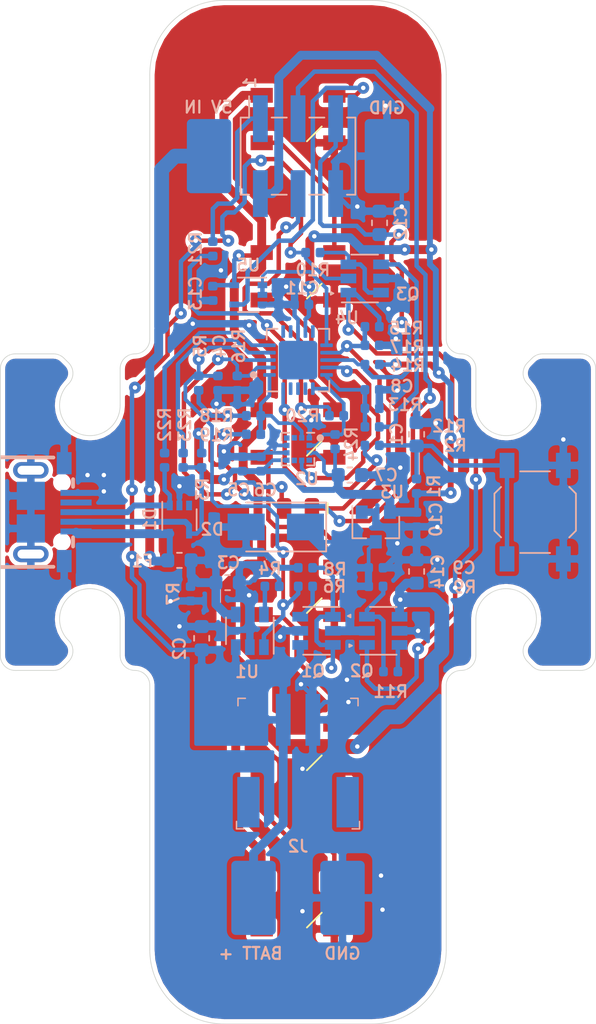
<source format=kicad_pcb>
(kicad_pcb (version 20171130) (host pcbnew "(5.1.5-0-10_14)")
  (layers (0 F.Cu signal hide) (31 B.Cu signal hide) (34 B.Paste user hide) (35 F.Paste user hide) (36 B.SilkS user hide) (37 F.SilkS user hide) (38 B.Mask user hide) (39 F.Mask user hide) (44 Edge.Cuts user))
  (net 0 "")
  (net 1 GND)
  (net 2 VBUS)
  (net 3 +BATT)
  (net 4 +3V3)
  (net 5 VSUP)
  (net 6 BATT_MONITOR)
  (net 7 PROG_nRESET)
  (net 8 +VSW)
  (net 9 "Net-(D3-Pad2)")
  (net 10 "Net-(D4-Pad2)")
  (net 11 "Net-(D5-Pad2)")
  (net 12 "Net-(D6-Pad2)")
  (net 13 USB_D-)
  (net 14 USB_D+)
  (net 15 PROG_CLK)
  (net 16 PROG_MOSI)
  (net 17 /SW_FET_EN)
  (net 18 "Net-(Q2-Pad3)")
  (net 19 "Net-(Q2-Pad6)")
  (net 20 "Net-(Q3-Pad3)")
  (net 21 "Net-(Q3-Pad4)")
  (net 22 LIGHT_SENS)
  (net 23 SW_EN)
  (net 24 I2C_CLK)
  (net 25 I2C_DATA)
  (net 26 /PA0)
  (net 27 /PA1)
  (net 28 ACCEL_INT)
  (net 29 "Net-(U4-Pad6)")
  (net 30 "Net-(U4-Pad7)")
  (net 31 "Net-(U4-Pad10)")
  (net 32 LED_DATA)
  (net 33 "Net-(U4-Pad17)")
  (net 34 "Net-(U4-Pad18)")
  (net 35 "Net-(U4-Pad19)")
  (net 36 BUTTON)
  (net 37 "Net-(Q1-Pad6)")
  (net 38 /VBUS_FET_EN)
  (net 39 CHRG_STAT)
  (net 40 PROG_MISO)
  (net 41 "Net-(C1-Pad1)")
  (net 42 "Net-(D1-Pad5)")
  (net 43 "Net-(D1-Pad3)")
  (net 44 "Net-(D3-Pad4)")
  (net 45 "Net-(D7-Pad2)")
  (net 46 "Net-(D8-Pad2)")
  (net 47 "Net-(J1-Pad6)")
  (net 48 "Net-(J1-Pad4)")
  (net 49 "Net-(R4-Pad1)")
  (net 50 "Net-(U2-Pad11)")
  (net 51 "Net-(U2-Pad6)")
  (net 52 "Net-(U2-Pad10)")
  (net 53 "Net-(U2-Pad4)")
  (module Package_DFN_QFN:QFN-20-1EP_4x4mm_P0.5mm_EP2.6x2.6mm (layer B.Cu) (at 160.999999 93.420508)
    (fp_text reference U4 (at 3.3 -2.85) (layer B.SilkS) (effects (font (size 0.8 0.8)) (justify mirror)))
    (fp_text value ATtiny84A-MU hide)
    (pad 20 smd roundrect (at -1 1.925) (size 0.25 0.85) (layers B.Cu B.Paste B.Mask) (net 36 BUTTON))
    (pad 19 smd roundrect (at -0.5 1.925) (size 0.25 0.85) (layers B.Cu B.Paste B.Mask) (net 35 "Net-(U4-Pad19)"))
    (pad 18 smd roundrect (at 0 1.925) (size 0.25 0.85) (layers B.Cu B.Paste B.Mask) (net 34 "Net-(U4-Pad18)"))
    (pad 17 smd roundrect (at 0.5 1.925) (size 0.25 0.85) (layers B.Cu B.Paste B.Mask) (net 33 "Net-(U4-Pad17)"))
    (pad 16 smd roundrect (at 1 1.925) (size 0.25 0.85) (layers B.Cu B.Paste B.Mask) (net 25 I2C_DATA))
    (pad 15 smd roundrect (at 1.925 1) (size 0.85 0.25) (layers B.Cu B.Paste B.Mask) (net 6 BATT_MONITOR))
    (pad 14 smd roundrect (at 1.925 0.5) (size 0.85 0.25) (layers B.Cu B.Paste B.Mask) (net 28 ACCEL_INT))
    (pad 13 smd roundrect (at 1.925 0) (size 0.85 0.25) (layers B.Cu B.Paste B.Mask) (net 7 PROG_nRESET))
    (pad 12 smd roundrect (at 1.925 -0.5) (size 0.85 0.25) (layers B.Cu B.Paste B.Mask) (net 23 SW_EN))
    (pad 11 smd roundrect (at 1.925 -1) (size 0.85 0.25) (layers B.Cu B.Paste B.Mask) (net 32 LED_DATA))
    (pad 10 smd roundrect (at 1 -1.925) (size 0.25 0.85) (layers B.Cu B.Paste B.Mask) (net 31 "Net-(U4-Pad10)"))
    (pad 9 smd roundrect (at 0.5 -1.925) (size 0.25 0.85) (layers B.Cu B.Paste B.Mask) (net 4 +3V3))
    (pad 8 smd roundrect (at 0 -1.925) (size 0.25 0.85) (layers B.Cu B.Paste B.Mask) (net 1 GND))
    (pad 7 smd roundrect (at -0.5 -1.925) (size 0.25 0.85) (layers B.Cu B.Paste B.Mask) (net 30 "Net-(U4-Pad7)"))
    (pad 6 smd roundrect (at -1 -1.925) (size 0.25 0.85) (layers B.Cu B.Paste B.Mask) (net 29 "Net-(U4-Pad6)"))
    (pad 5 smd roundrect (at -1.925 -1) (size 0.85 0.25) (layers B.Cu B.Paste B.Mask) (net 26 /PA0))
    (pad 4 smd roundrect (at -1.925 -0.5) (size 0.85 0.25) (layers B.Cu B.Paste B.Mask) (net 27 /PA1))
    (pad 3 smd roundrect (at -1.925 0) (size 0.85 0.25) (layers B.Cu B.Paste B.Mask) (net 39 CHRG_STAT))
    (pad 2 smd roundrect (at -1.925 0.5) (size 0.85 0.25) (layers B.Cu B.Paste B.Mask) (net 22 LIGHT_SENS))
    (pad 1 smd roundrect (at -1.925 1) (size 0.85 0.25) (layers B.Cu B.Paste B.Mask) (net 24 I2C_CLK))
    (pad 21 smd roundrect (at 0 0) (size 2.6 2.6) (layers B.Cu B.Mask) (roundrect_rratio 0.096154) (net 1 GND))
  )
  (module bike-light-board:LED_0805_2012Metric (layer F.Cu) (at 160.999999 103.420508)
    (fp_text reference Q4 hide)
    (fp_text value SMD0805-20 hide)
    (pad 2 smd roundrect (at 0.9375 0) (size 0.975 1.4) (layers F.Cu F.Paste F.Mask) (net 23 SW_EN))
    (pad 1 smd roundrect (at -0.9375 0) (size 0.975 1.4) (layers F.Cu F.Paste F.Mask) (net 22 LIGHT_SENS))
  )
  (module bike-light-board:LED_WS2812B_PLCC4_5.0x5.0mm_P3.2mm (layer F.Cu) (at 160.999999 130.170508)
    (fp_text reference D8 hide)
    (fp_text value WS2812B-B hide)
    (pad 1 smd rect (at -2.45 -1.6) (size 1.5 1) (layers F.Cu F.Paste F.Mask) (net 8 +VSW))
    (pad 2 smd rect (at -2.45 1.6) (size 1.5 1) (layers F.Cu F.Paste F.Mask) (net 46 "Net-(D8-Pad2)"))
    (pad 4 smd rect (at 2.45 -1.6) (size 1.5 1) (layers F.Cu F.Paste F.Mask) (net 45 "Net-(D7-Pad2)"))
    (pad 3 smd rect (at 2.45 1.6) (size 1.5 1) (layers F.Cu F.Paste F.Mask) (net 1 GND))
  )
  (module bike-light-board:LED_WS2812B_PLCC4_5.0x5.0mm_P3.2mm (layer F.Cu) (at 160.999999 119.570508)
    (fp_text reference D7 hide)
    (fp_text value WS2812B-B hide)
    (pad 1 smd rect (at -2.45 -1.6) (size 1.5 1) (layers F.Cu F.Paste F.Mask) (net 8 +VSW))
    (pad 2 smd rect (at -2.45 1.6) (size 1.5 1) (layers F.Cu F.Paste F.Mask) (net 45 "Net-(D7-Pad2)"))
    (pad 4 smd rect (at 2.45 -1.6) (size 1.5 1) (layers F.Cu F.Paste F.Mask) (net 12 "Net-(D6-Pad2)"))
    (pad 3 smd rect (at 2.45 1.6) (size 1.5 1) (layers F.Cu F.Paste F.Mask) (net 1 GND))
  )
  (module bike-light-board:LED_WS2812B_PLCC4_5.0x5.0mm_P3.2mm (layer F.Cu) (at 160.999999 108.970508)
    (fp_text reference D6 hide)
    (fp_text value WS2812B-B hide)
    (pad 1 smd rect (at -2.45 -1.6) (size 1.5 1) (layers F.Cu F.Paste F.Mask) (net 8 +VSW))
    (pad 2 smd rect (at -2.45 1.6) (size 1.5 1) (layers F.Cu F.Paste F.Mask) (net 12 "Net-(D6-Pad2)"))
    (pad 4 smd rect (at 2.45 -1.6) (size 1.5 1) (layers F.Cu F.Paste F.Mask) (net 11 "Net-(D5-Pad2)"))
    (pad 3 smd rect (at 2.45 1.6) (size 1.5 1) (layers F.Cu F.Paste F.Mask) (net 1 GND))
  )
  (module bike-light-board:LED_WS2812B_PLCC4_5.0x5.0mm_P3.2mm (layer F.Cu) (at 160.999999 98.370508)
    (fp_text reference D5 hide)
    (fp_text value WS2812B-B hide)
    (pad 1 smd rect (at -2.45 -1.6) (size 1.5 1) (layers F.Cu F.Paste F.Mask) (net 8 +VSW))
    (pad 2 smd rect (at -2.45 1.6) (size 1.5 1) (layers F.Cu F.Paste F.Mask) (net 11 "Net-(D5-Pad2)"))
    (pad 4 smd rect (at 2.45 -1.6) (size 1.5 1) (layers F.Cu F.Paste F.Mask) (net 10 "Net-(D4-Pad2)"))
    (pad 3 smd rect (at 2.45 1.6) (size 1.5 1) (layers F.Cu F.Paste F.Mask) (net 1 GND))
  )
  (module bike-light-board:LED_WS2812B_PLCC4_5.0x5.0mm_P3.2mm (layer F.Cu) (at 160.999999 87.770508)
    (fp_text reference D4 hide)
    (fp_text value WS2812B-B hide)
    (pad 1 smd rect (at -2.45 -1.6) (size 1.5 1) (layers F.Cu F.Paste F.Mask) (net 8 +VSW))
    (pad 2 smd rect (at -2.45 1.6) (size 1.5 1) (layers F.Cu F.Paste F.Mask) (net 10 "Net-(D4-Pad2)"))
    (pad 4 smd rect (at 2.45 -1.6) (size 1.5 1) (layers F.Cu F.Paste F.Mask) (net 9 "Net-(D3-Pad2)"))
    (pad 3 smd rect (at 2.45 1.6) (size 1.5 1) (layers F.Cu F.Paste F.Mask) (net 1 GND))
  )
  (module bike-light-board:LED_WS2812B_PLCC4_5.0x5.0mm_P3.2mm (layer F.Cu) (at 160.999999 77.170508)
    (fp_text reference D3 hide)
    (fp_text value WS2812B-B hide)
    (pad 1 smd rect (at -2.45 -1.6) (size 1.5 1) (layers F.Cu F.Paste F.Mask) (net 8 +VSW))
    (pad 2 smd rect (at -2.45 1.6) (size 1.5 1) (layers F.Cu F.Paste F.Mask) (net 9 "Net-(D3-Pad2)"))
    (pad 4 smd rect (at 2.45 -1.6) (size 1.5 1) (layers F.Cu F.Paste F.Mask) (net 44 "Net-(D3-Pad4)"))
    (pad 3 smd rect (at 2.45 1.6) (size 1.5 1) (layers F.Cu F.Paste F.Mask) (net 1 GND))
  )
  (module Resistor_SMD:R_0402_1005Metric (layer B.Cu) (at 155.249999 85.920508 270)
    (fp_text reference R21 (at 0 1.17 90) (layer B.SilkS) (effects (font (size 0.8 0.8)) (justify mirror)))
    (fp_text value 1k5 hide)
    (pad 2 smd roundrect (at 0.485 0 270) (size 0.59 0.64) (layers B.Cu B.Paste B.Mask) (net 36 BUTTON))
    (pad 1 smd roundrect (at -0.485 0 270) (size 0.59 0.64) (layers B.Cu B.Paste B.Mask) (net 40 PROG_MISO))
  )
  (module Connector_PinHeader_2.54mm:PinHeader_2x03_P2.54mm_Vertical_SMD (layer B.Cu) (at 160.999999 79.670508 270)
    (fp_text reference J3 hide)
    (fp_text value AVR-ISP-6 hide)
    (pad 6 smd rect (at 2.525 -2.54 270) (size 3.15 1) (layers B.Cu B.Paste B.Mask) (net 1 GND))
    (pad 5 smd rect (at -2.525 -2.54 270) (size 3.15 1) (layers B.Cu B.Paste B.Mask) (net 7 PROG_nRESET))
    (pad 4 smd rect (at 2.525 0 270) (size 3.15 1) (layers B.Cu B.Paste B.Mask) (net 16 PROG_MOSI))
    (pad 3 smd rect (at -2.525 0 270) (size 3.15 1) (layers B.Cu B.Paste B.Mask) (net 15 PROG_CLK))
    (pad 2 smd rect (at 2.525 2.54 270) (size 3.15 1) (layers B.Cu B.Paste B.Mask) (net 4 +3V3))
    (pad 1 smd rect (at -2.525 2.54 270) (size 3.15 1) (layers B.Cu B.Paste B.Mask) (net 40 PROG_MISO))
  )
  (module Resistor_SMD:R_0402_1005Metric (layer B.Cu) (at 156.899999 94.970508 270)
    (fp_text reference R16 (at -2.5 -0.1 90) (layer B.SilkS) (effects (font (size 0.8 0.8)) (justify mirror)))
    (fp_text value 47k hide)
    (pad 2 smd roundrect (at 0.485 0 270) (size 0.59 0.64) (layers B.Cu B.Paste B.Mask) (net 1 GND))
    (pad 1 smd roundrect (at -0.485 0 270) (size 0.59 0.64) (layers B.Cu B.Paste B.Mask) (net 22 LIGHT_SENS))
  )
  (module Capacitor_SMD:C_0603_1608Metric (layer B.Cu) (at 168.999999 107.670508 90)
    (fp_text reference C14 (at 0 1.43 270) (layer B.SilkS) (effects (font (size 0.8 0.8)) (justify mirror)))
    (fp_text value 10u hide)
    (pad 2 smd roundrect (at 0.7875 0 90) (size 0.875 0.95) (layers B.Cu B.Paste B.Mask) (net 1 GND))
    (pad 1 smd roundrect (at -0.7875 0 90) (size 0.875 0.95) (layers B.Cu B.Paste B.Mask) (net 8 +VSW))
  )
  (module Resistor_SMD:R_0402_1005Metric (layer B.Cu) (at 153.749999 109.170508 270)
    (fp_text reference R7 (at 0 1.17 90) (layer B.SilkS) (effects (font (size 0.8 0.8)) (justify mirror)))
    (fp_text value 47k hide)
    (pad 2 smd roundrect (at 0.485 0 270) (size 0.59 0.64) (layers B.Cu B.Paste B.Mask) (net 1 GND))
    (pad 1 smd roundrect (at -0.485 0 270) (size 0.59 0.64) (layers B.Cu B.Paste B.Mask) (net 2 VBUS))
  )
  (module bike-light-board:Solder_Wire_Pad_5mmx3mm (layer B.Cu) (at 166.999999 79.670508 180)
    (fp_text reference P1 hide)
    (fp_text value WirePad hide)
    (pad 1 smd roundrect (at 0 0 180) (size 3 5) (layers B.Cu B.Paste B.Mask) (roundrect_rratio 0.1) (net 1 GND))
  )
  (module bike-light-board:Solder_Wire_Pad_5mmx3mm (layer B.Cu) (at 154.999999 79.670508)
    (fp_text reference P4 hide)
    (fp_text value WirePad hide)
    (pad 1 smd roundrect (at 0 0) (size 3 5) (layers B.Cu B.Paste B.Mask) (roundrect_rratio 0.1) (net 42 "Net-(D1-Pad5)"))
  )
  (module Capacitor_SMD:C_0402_1005Metric (layer B.Cu) (at 155.599999 94.970508 270)
    (fp_text reference C4 (at -2.5 -0.1 90) (layer B.SilkS) (effects (font (size 0.8 0.8)) (justify mirror)))
    (fp_text value 100n hide)
    (pad 2 smd roundrect (at 0.485 0 270) (size 0.59 0.64) (layers B.Cu B.Paste B.Mask) (net 1 GND))
    (pad 1 smd roundrect (at -0.485 0 270) (size 0.59 0.64) (layers B.Cu B.Paste B.Mask) (net 39 CHRG_STAT))
  )
  (module Resistor_SMD:R_0402_1005Metric (layer B.Cu) (at 161.499999 108.670508)
    (fp_text reference R6 (at 1.96 0.01) (layer B.SilkS) (effects (font (size 0.8 0.8)) (justify mirror)))
    (fp_text value 10k hide)
    (pad 2 smd roundrect (at 0.485 0) (size 0.59 0.64) (layers B.Cu B.Paste B.Mask) (net 37 "Net-(Q1-Pad6)"))
    (pad 1 smd roundrect (at -0.485 0) (size 0.59 0.64) (layers B.Cu B.Paste B.Mask) (net 39 CHRG_STAT))
  )
  (module Package_TO_SOT_SMD:SOT-23-6 (layer B.Cu) (at 162.249999 111.670508 180)
    (fp_text reference Q1 (at 0.24 -2.71) (layer B.SilkS) (effects (font (size 0.8 0.8)) (justify mirror)))
    (fp_text value NCE2003 hide)
    (pad 5 smd rect (at 1.1 0 180) (size 1.06 0.65) (layers B.Cu B.Paste B.Mask) (net 1 GND))
    (pad 6 smd rect (at 1.1 0.95 180) (size 1.06 0.65) (layers B.Cu B.Paste B.Mask) (net 37 "Net-(Q1-Pad6)"))
    (pad 4 smd rect (at 1.1 -0.95 180) (size 1.06 0.65) (layers B.Cu B.Paste B.Mask) (net 3 +BATT))
    (pad 3 smd rect (at -1.1 -0.95 180) (size 1.06 0.65) (layers B.Cu B.Paste B.Mask) (net 38 /VBUS_FET_EN))
    (pad 2 smd rect (at -1.1 0 180) (size 1.06 0.65) (layers B.Cu B.Paste B.Mask) (net 5 VSUP))
    (pad 1 smd rect (at -1.1 0.95 180) (size 1.06 0.65) (layers B.Cu B.Paste B.Mask) (net 38 /VBUS_FET_EN))
  )
  (module Resistor_SMD:R_0402_1005Metric (layer B.Cu) (at 154.299999 94.970508 90)
    (fp_text reference R5 (at 2.5 0.1 90) (layer B.SilkS) (effects (font (size 0.8 0.8)) (justify mirror)))
    (fp_text value 47k hide)
    (pad 2 smd roundrect (at 0.485 0 90) (size 0.59 0.64) (layers B.Cu B.Paste B.Mask) (net 39 CHRG_STAT))
    (pad 1 smd roundrect (at -0.485 0 90) (size 0.59 0.64) (layers B.Cu B.Paste B.Mask) (net 4 +3V3))
  )
  (module Resistor_SMD:R_0402_1005Metric (layer B.Cu) (at 165.999999 99.170508)
    (fp_text reference R2 (at 5.6 0) (layer B.SilkS) (effects (font (size 0.8 0.8)) (justify mirror)))
    (fp_text value 10k hide)
    (pad 2 smd roundrect (at 0.485 0) (size 0.59 0.64) (layers B.Cu B.Paste B.Mask) (net 41 "Net-(C1-Pad1)"))
    (pad 1 smd roundrect (at -0.485 0) (size 0.59 0.64) (layers B.Cu B.Paste B.Mask) (net 36 BUTTON))
  )
  (module Package_TO_SOT_SMD:SOT-353_SC-70-5 (layer B.Cu) (at 152.999999 104.170508 270)
    (fp_text reference D1 (at 0 2 90) (layer B.SilkS) (effects (font (size 0.8 0.8)) (justify mirror)))
    (fp_text value SEMF05LC hide)
    (pad 5 smd rect (at 0.95 0.65 270) (size 0.65 0.4) (layers B.Cu B.Paste B.Mask) (net 42 "Net-(D1-Pad5)"))
    (pad 4 smd rect (at 0.95 -0.65 270) (size 0.65 0.4) (layers B.Cu B.Paste B.Mask) (net 13 USB_D-))
    (pad 2 smd rect (at -0.95 0 270) (size 0.65 0.4) (layers B.Cu B.Paste B.Mask) (net 1 GND))
    (pad 3 smd rect (at -0.95 -0.65 270) (size 0.65 0.4) (layers B.Cu B.Paste B.Mask) (net 43 "Net-(D1-Pad3)"))
    (pad 1 smd rect (at -0.95 0.65 270) (size 0.65 0.4) (layers B.Cu B.Paste B.Mask) (net 14 USB_D+))
  )
  (module Capacitor_SMD:C_0603_1608Metric (layer B.Cu) (at 166.499999 84.170508 90)
    (fp_text reference C12 (at 0 1.43 90) (layer B.SilkS) (effects (font (size 0.8 0.8)) (justify mirror)))
    (fp_text value 10n hide)
    (pad 2 smd roundrect (at 0.7875 0 90) (size 0.875 0.95) (layers B.Cu B.Paste B.Mask) (net 1 GND))
    (pad 1 smd roundrect (at -0.7875 0 90) (size 0.875 0.95) (layers B.Cu B.Paste B.Mask) (net 7 PROG_nRESET))
  )
  (module Capacitor_SMD:C_0603_1608Metric (layer B.Cu) (at 164.499999 101.170508)
    (fp_text reference C7 (at 2.45 0) (layer B.SilkS) (effects (font (size 0.8 0.8)) (justify mirror)))
    (fp_text value 10n hide)
    (pad 2 smd roundrect (at 0.7875 0) (size 0.875 0.95) (layers B.Cu B.Paste B.Mask) (net 1 GND))
    (pad 1 smd roundrect (at -0.7875 0) (size 0.875 0.95) (layers B.Cu B.Paste B.Mask) (net 4 +3V3))
  )
  (module Capacitor_SMD:C_0603_1608Metric (layer B.Cu) (at 168.999999 98.420508 90)
    (fp_text reference C1 (at 0 -1.35 90) (layer B.SilkS) (effects (font (size 0.8 0.8)) (justify mirror)))
    (fp_text value 10n hide)
    (pad 2 smd roundrect (at 0.7875 0 90) (size 0.875 0.95) (layers B.Cu B.Paste B.Mask) (net 1 GND))
    (pad 1 smd roundrect (at -0.7875 0 90) (size 0.875 0.95) (layers B.Cu B.Paste B.Mask) (net 41 "Net-(C1-Pad1)"))
  )
  (module bike-light-board:Solder_Wire_Pad_5mmx3mm (layer B.Cu) (at 163.999999 129.670508)
    (fp_text reference P3 hide)
    (fp_text value WirePad hide)
    (pad 1 smd roundrect (at 0 0) (size 3 5) (layers B.Cu B.Paste B.Mask) (roundrect_rratio 0.1) (net 1 GND))
  )
  (module bike-light-board:Solder_Wire_Pad_5mmx3mm (layer B.Cu) (at 157.999999 129.670508)
    (fp_text reference P2 hide)
    (fp_text value WirePad hide)
    (pad 1 smd roundrect (at 0 0) (size 3 5) (layers B.Cu B.Paste B.Mask) (roundrect_rratio 0.1) (net 3 +BATT))
  )
  (module bike-light-board:PinHeader_2x1mm_P2mm_SMD_RA (layer B.Cu) (at 160.999999 117.670508)
    (fp_text reference J2 (at 0 8.52) (layer B.SilkS) (effects (font (size 0.8 0.8)) (justify mirror)))
    (fp_text value S2B-PH-SM4-TB hide)
    (pad "" smd rect (at 3.35 5.55) (size 1.5 3.4) (layers B.Cu B.Paste B.Mask))
    (pad "" smd rect (at -3.35 5.55) (size 1.5 3.4) (layers B.Cu B.Paste B.Mask))
    (pad 2 smd rect (at 1 0) (size 1 3.5) (layers B.Cu B.Paste B.Mask) (net 1 GND))
    (pad 1 smd rect (at -1 0) (size 1 3.5) (layers B.Cu B.Paste B.Mask) (net 3 +BATT))
  )
  (module Button_Switch_SMD:SW_SPST_TL3342 (layer B.Cu) (at 176.999999 103.670508 270)
    (fp_text reference SW1 hide)
    (fp_text value SW_Push hide)
    (pad 2 smd rect (at 3.15 -1.9 270) (size 1.7 1) (layers B.Cu B.Paste B.Mask) (net 1 GND))
    (pad 2 smd rect (at -3.15 -1.9 270) (size 1.7 1) (layers B.Cu B.Paste B.Mask) (net 1 GND))
    (pad 1 smd rect (at 3.15 1.9 270) (size 1.7 1) (layers B.Cu B.Paste B.Mask) (net 41 "Net-(C1-Pad1)"))
    (pad 1 smd rect (at -3.15 1.9 270) (size 1.7 1) (layers B.Cu B.Paste B.Mask) (net 41 "Net-(C1-Pad1)"))
  )
  (module Capacitor_SMD:C_0603_1608Metric (layer B.Cu) (at 156.249999 108.420508)
    (fp_text reference C3 (at 0.06 -1.34) (layer B.SilkS) (effects (font (size 0.8 0.8)) (justify mirror)))
    (fp_text value 10u hide)
    (pad 2 smd roundrect (at 0.7875 0) (size 0.875 0.95) (layers B.Cu B.Paste B.Mask) (net 1 GND))
    (pad 1 smd roundrect (at -0.7875 0) (size 0.875 0.95) (layers B.Cu B.Paste B.Mask) (net 2 VBUS))
  )
  (module Capacitor_SMD:C_0603_1608Metric (layer B.Cu) (at 154.499999 112.170508 90)
    (fp_text reference C2 (at -0.7 -1.5 90) (layer B.SilkS) (effects (font (size 0.8 0.8)) (justify mirror)))
    (fp_text value 10u hide)
    (pad 2 smd roundrect (at 0.7875 0 90) (size 0.875 0.95) (layers B.Cu B.Paste B.Mask) (net 1 GND))
    (pad 1 smd roundrect (at -0.7875 0 90) (size 0.875 0.95) (layers B.Cu B.Paste B.Mask) (net 3 +BATT))
  )
  (module Capacitor_SMD:C_0402_1005Metric (layer B.Cu) (at 157.249999 100.420508 90)
    (fp_text reference C5 (at -1.75 -0.25 180) (layer B.SilkS) (effects (font (size 0.8 0.8)) (justify mirror)))
    (fp_text value 1u hide)
    (pad 2 smd roundrect (at 0.485 0 90) (size 0.59 0.64) (layers B.Cu B.Paste B.Mask) (net 1 GND))
    (pad 1 smd roundrect (at -0.485 0 90) (size 0.59 0.64) (layers B.Cu B.Paste B.Mask) (net 4 +3V3))
  )
  (module Capacitor_SMD:C_0402_1005Metric (layer B.Cu) (at 166.249999 107.420508)
    (fp_text reference C9 (at 5.95 0) (layer B.SilkS) (effects (font (size 0.8 0.8)) (justify mirror)))
    (fp_text value 1u hide)
    (pad 2 smd roundrect (at 0.485 0) (size 0.59 0.64) (layers B.Cu B.Paste B.Mask) (net 1 GND))
    (pad 1 smd roundrect (at -0.485 0) (size 0.59 0.64) (layers B.Cu B.Paste B.Mask) (net 5 VSUP))
  )
  (module Capacitor_SMD:C_0402_1005Metric (layer B.Cu) (at 158.499999 100.420508 90)
    (fp_text reference C6 (at -1.75 0.3 180) (layer B.SilkS) (effects (font (size 0.8 0.8)) (justify mirror)))
    (fp_text value 100n hide)
    (pad 2 smd roundrect (at 0.485 0 90) (size 0.59 0.64) (layers B.Cu B.Paste B.Mask) (net 1 GND))
    (pad 1 smd roundrect (at -0.485 0 90) (size 0.59 0.64) (layers B.Cu B.Paste B.Mask) (net 4 +3V3))
  )
  (module Capacitor_SMD:C_0402_1005Metric (layer B.Cu) (at 168.999999 104.170508 270)
    (fp_text reference C10 (at 0 -1.3 90) (layer B.SilkS) (effects (font (size 0.8 0.8)) (justify mirror)))
    (fp_text value 1u hide)
    (pad 2 smd roundrect (at 0.485 0 270) (size 0.59 0.64) (layers B.Cu B.Paste B.Mask) (net 1 GND))
    (pad 1 smd roundrect (at -0.485 0 270) (size 0.59 0.64) (layers B.Cu B.Paste B.Mask) (net 4 +3V3))
  )
  (module Capacitor_SMD:C_0402_1005Metric (layer B.Cu) (at 161.249999 89.670508 180)
    (fp_text reference C11 (at -0.05 1.1) (layer B.SilkS) (effects (font (size 0.8 0.8)) (justify mirror)))
    (fp_text value 100n hide)
    (pad 2 smd roundrect (at 0.485 0 180) (size 0.59 0.64) (layers B.Cu B.Paste B.Mask) (net 1 GND))
    (pad 1 smd roundrect (at -0.485 0 180) (size 0.59 0.64) (layers B.Cu B.Paste B.Mask) (net 4 +3V3))
  )
  (module Capacitor_SMD:C_0402_1005Metric (layer B.Cu) (at 165.999999 95.420508)
    (fp_text reference C8 (at 2.01 -0.24) (layer B.SilkS) (effects (font (size 0.8 0.8)) (justify mirror)))
    (fp_text value 100n hide)
    (pad 2 smd roundrect (at 0.485 0) (size 0.59 0.64) (layers B.Cu B.Paste B.Mask) (net 1 GND))
    (pad 1 smd roundrect (at -0.485 0) (size 0.59 0.64) (layers B.Cu B.Paste B.Mask) (net 6 BATT_MONITOR))
  )
  (module Capacitor_SMD:C_0402_1005Metric (layer B.Cu) (at 155.249999 88.920508 270)
    (fp_text reference C13 (at 0 1.17 90) (layer B.SilkS) (effects (font (size 0.8 0.8)) (justify mirror)))
    (fp_text value 100n hide)
    (pad 2 smd roundrect (at 0.485 0 270) (size 0.59 0.64) (layers B.Cu B.Paste B.Mask) (net 1 GND))
    (pad 1 smd roundrect (at -0.485 0 270) (size 0.59 0.64) (layers B.Cu B.Paste B.Mask) (net 8 +VSW))
  )
  (module Diode_SMD:D_SMA (layer B.Cu) (at 159.499999 104.670508 180)
    (fp_text reference D2 (at 4.29 -0.16) (layer B.SilkS) (effects (font (size 0.8 0.8)) (justify mirror)))
    (fp_text value SS14F hide)
    (pad 2 smd rect (at 2 0 180) (size 2.5 1.8) (layers B.Cu B.Paste B.Mask) (net 2 VBUS))
    (pad 1 smd rect (at -2 0 180) (size 2.5 1.8) (layers B.Cu B.Paste B.Mask) (net 5 VSUP))
  )
  (module Fuse:Fuse_0603_1608Metric (layer B.Cu) (at 152.999999 106.920508 180)
    (fp_text reference F1 (at 2.5 -0.05) (layer B.SilkS) (effects (font (size 0.8 0.8)) (justify mirror)))
    (fp_text value MF-FSMF050X-2 hide)
    (pad 2 smd roundrect (at 0.7875 0 180) (size 0.875 0.95) (layers B.Cu B.Paste B.Mask) (net 42 "Net-(D1-Pad5)"))
    (pad 1 smd roundrect (at -0.7875 0 180) (size 0.875 0.95) (layers B.Cu B.Paste B.Mask) (net 2 VBUS))
  )
  (module bike-light-board:MICRO-USB-SMD_5PIN-H-FEMALE-PITCH0.65-L_MICRO5.9MMUSB (layer B.Cu) (at 144.499999 103.670508 270)
    (fp_text reference J1 hide)
    (fp_text value USB_B_Micro hide)
    (pad "" np_thru_hole circle (at -2 -0.575 90) (size 0.6 0.6) (drill 0.6) (layers *.Cu *.Mask))
    (pad 6 thru_hole oval (at 2.825 1.525 270) (size 1.1 2.4) (drill oval 0.6 1.8) (layers *.Cu *.Paste *.Mask) (net 47 "Net-(J1-Pad6)"))
    (pad 6 thru_hole oval (at -2.825 1.525 270) (size 1.1 2.4) (drill oval 0.6 1.8) (layers *.Cu *.Paste *.Mask) (net 47 "Net-(J1-Pad6)"))
    (pad "" np_thru_hole circle (at 2 -0.575 90) (size 0.6 0.6) (drill 0.6) (layers *.Cu *.Mask))
    (pad 6 smd rect (at -1.1 1.525 270) (size 1.9 1.9) (layers B.Cu B.Paste B.Mask) (net 47 "Net-(J1-Pad6)"))
    (pad 6 smd rect (at 1.1 1.525 270) (size 1.9 1.9) (layers B.Cu B.Paste B.Mask) (net 47 "Net-(J1-Pad6)"))
    (pad 6 smd rect (at -3.3 -0.725 270) (size 1.5 1) (layers B.Cu B.Paste B.Mask) (net 47 "Net-(J1-Pad6)"))
    (pad 6 smd rect (at 3.3 -0.725 270) (size 1.5 1) (layers B.Cu B.Paste B.Mask) (net 47 "Net-(J1-Pad6)"))
    (pad 5 smd rect (at -1.3 -1.525 270) (size 0.4 2.1) (layers B.Cu B.Paste B.Mask) (net 1 GND))
    (pad 4 smd rect (at -0.65 -1.525 270) (size 0.4 2.1) (layers B.Cu B.Paste B.Mask) (net 48 "Net-(J1-Pad4)"))
    (pad 3 smd rect (at 0 -1.525 270) (size 0.4 2.1) (layers B.Cu B.Paste B.Mask) (net 14 USB_D+))
    (pad 2 smd rect (at 0.65 -1.525 270) (size 0.4 2.1) (layers B.Cu B.Paste B.Mask) (net 13 USB_D-))
    (pad 1 smd rect (at 1.3 -1.525 270) (size 0.4 2.1) (layers B.Cu B.Paste B.Mask) (net 42 "Net-(D1-Pad5)"))
  )
  (module Package_TO_SOT_SMD:SOT-23-6 (layer B.Cu) (at 166.749999 111.670508)
    (fp_text reference Q2 (at -1.45 2.7) (layer B.SilkS) (effects (font (size 0.8 0.8)) (justify mirror)))
    (fp_text value NCE2003 hide)
    (pad 5 smd rect (at 1.1 0) (size 1.06 0.65) (layers B.Cu B.Paste B.Mask) (net 1 GND))
    (pad 6 smd rect (at 1.1 0.95) (size 1.06 0.65) (layers B.Cu B.Paste B.Mask) (net 19 "Net-(Q2-Pad6)"))
    (pad 4 smd rect (at 1.1 -0.95) (size 1.06 0.65) (layers B.Cu B.Paste B.Mask) (net 8 +VSW))
    (pad 3 smd rect (at -1.1 -0.95) (size 1.06 0.65) (layers B.Cu B.Paste B.Mask) (net 18 "Net-(Q2-Pad3)"))
    (pad 2 smd rect (at -1.1 0) (size 1.06 0.65) (layers B.Cu B.Paste B.Mask) (net 5 VSUP))
    (pad 1 smd rect (at -1.1 0.95) (size 1.06 0.65) (layers B.Cu B.Paste B.Mask) (net 17 /SW_FET_EN))
  )
  (module Package_TO_SOT_SMD:SOT-23-6 (layer B.Cu) (at 165.499999 87.920508)
    (fp_text reference Q3 (at 2.9 1.05) (layer B.SilkS) (effects (font (size 0.8 0.8)) (justify mirror)))
    (fp_text value NCE2003 hide)
    (pad 5 smd rect (at 1.1 0) (size 1.06 0.65) (layers B.Cu B.Paste B.Mask) (net 1 GND))
    (pad 6 smd rect (at 1.1 0.95) (size 1.06 0.65) (layers B.Cu B.Paste B.Mask) (net 20 "Net-(Q3-Pad3)"))
    (pad 4 smd rect (at 1.1 -0.95) (size 1.06 0.65) (layers B.Cu B.Paste B.Mask) (net 21 "Net-(Q3-Pad4)"))
    (pad 3 smd rect (at -1.1 -0.95) (size 1.06 0.65) (layers B.Cu B.Paste B.Mask) (net 20 "Net-(Q3-Pad3)"))
    (pad 2 smd rect (at -1.1 0) (size 1.06 0.65) (layers B.Cu B.Paste B.Mask) (net 3 +BATT))
    (pad 1 smd rect (at -1.1 0.95) (size 1.06 0.65) (layers B.Cu B.Paste B.Mask) (net 17 /SW_FET_EN))
  )
  (module Resistor_SMD:R_0402_1005Metric (layer B.Cu) (at 159.249999 108.670508)
    (fp_text reference R4 (at -0.15 -1.2) (layer B.SilkS) (effects (font (size 0.8 0.8)) (justify mirror)))
    (fp_text value 10k hide)
    (pad 2 smd roundrect (at 0.485 0) (size 0.59 0.64) (layers B.Cu B.Paste B.Mask) (net 1 GND))
    (pad 1 smd roundrect (at -0.485 0) (size 0.59 0.64) (layers B.Cu B.Paste B.Mask) (net 49 "Net-(R4-Pad1)"))
  )
  (module Resistor_SMD:R_0402_1005Metric (layer B.Cu) (at 168.999999 101.920508 90)
    (fp_text reference R1 (at 0 1.17 90) (layer B.SilkS) (effects (font (size 0.8 0.8)) (justify mirror)))
    (fp_text value 47k hide)
    (pad 2 smd roundrect (at 0.485 0 90) (size 0.59 0.64) (layers B.Cu B.Paste B.Mask) (net 41 "Net-(C1-Pad1)"))
    (pad 1 smd roundrect (at -0.485 0 90) (size 0.59 0.64) (layers B.Cu B.Paste B.Mask) (net 4 +3V3))
  )
  (module Resistor_SMD:R_0402_1005Metric (layer B.Cu) (at 154.499999 100.170508 270)
    (fp_text reference R3 (at 1.96 -0.06 90) (layer B.SilkS) (effects (font (size 0.8 0.8)) (justify mirror)))
    (fp_text value 1k5 hide)
    (pad 2 smd roundrect (at 0.485 0 270) (size 0.59 0.64) (layers B.Cu B.Paste B.Mask) (net 13 USB_D-))
    (pad 1 smd roundrect (at -0.485 0 270) (size 0.59 0.64) (layers B.Cu B.Paste B.Mask) (net 4 +3V3))
  )
  (module Resistor_SMD:R_0402_1005Metric (layer B.Cu) (at 161.499999 107.420508 180)
    (fp_text reference R8 (at -2 -0.1) (layer B.SilkS) (effects (font (size 0.8 0.8)) (justify mirror)))
    (fp_text value 47k hide)
    (pad 2 smd roundrect (at 0.485 0 180) (size 0.59 0.64) (layers B.Cu B.Paste B.Mask) (net 2 VBUS))
    (pad 1 smd roundrect (at -0.485 0 180) (size 0.59 0.64) (layers B.Cu B.Paste B.Mask) (net 38 /VBUS_FET_EN))
  )
  (module Resistor_SMD:R_0402_1005Metric (layer B.Cu) (at 165.999999 91.170508 180)
    (fp_text reference R15 (at -2.3 -0.1) (layer B.SilkS) (effects (font (size 0.8 0.8)) (justify mirror)))
    (fp_text value 68 hide)
    (pad 2 smd roundrect (at 0.485 0 180) (size 0.59 0.64) (layers B.Cu B.Paste B.Mask) (net 23 SW_EN))
    (pad 1 smd roundrect (at -0.485 0 180) (size 0.59 0.64) (layers B.Cu B.Paste B.Mask) (net 17 /SW_FET_EN))
  )
  (module Resistor_SMD:R_0402_1005Metric (layer B.Cu) (at 166.249999 108.670508)
    (fp_text reference R9 (at 6 0.05) (layer B.SilkS) (effects (font (size 0.8 0.8)) (justify mirror)))
    (fp_text value 470k hide)
    (pad 2 smd roundrect (at 0.485 0) (size 0.59 0.64) (layers B.Cu B.Paste B.Mask) (net 18 "Net-(Q2-Pad3)"))
    (pad 1 smd roundrect (at -0.485 0) (size 0.59 0.64) (layers B.Cu B.Paste B.Mask) (net 5 VSUP))
  )
  (module Resistor_SMD:R_0402_1005Metric (layer B.Cu) (at 167.249999 114.420508)
    (fp_text reference R11 (at 0 1.35) (layer B.SilkS) (effects (font (size 0.8 0.8)) (justify mirror)))
    (fp_text value 47k hide)
    (pad 2 smd roundrect (at 0.485 0) (size 0.59 0.64) (layers B.Cu B.Paste B.Mask) (net 19 "Net-(Q2-Pad6)"))
    (pad 1 smd roundrect (at -0.485 0) (size 0.59 0.64) (layers B.Cu B.Paste B.Mask) (net 18 "Net-(Q2-Pad3)"))
  )
  (module Resistor_SMD:R_0402_1005Metric (layer B.Cu) (at 161.999999 86.170508)
    (fp_text reference R10 (at 0 1.17) (layer B.SilkS) (effects (font (size 0.8 0.8)) (justify mirror)))
    (fp_text value 47k hide)
    (pad 2 smd roundrect (at 0.485 0) (size 0.59 0.64) (layers B.Cu B.Paste B.Mask) (net 20 "Net-(Q3-Pad3)"))
    (pad 1 smd roundrect (at -0.485 0) (size 0.59 0.64) (layers B.Cu B.Paste B.Mask) (net 3 +BATT))
  )
  (module Resistor_SMD:R_0402_1005Metric (layer B.Cu) (at 165.999999 93.720508 180)
    (fp_text reference R17 (at -2.36 1.19) (layer B.SilkS) (effects (font (size 0.8 0.8)) (justify mirror)))
    (fp_text value 10k hide)
    (pad 2 smd roundrect (at 0.485 0 180) (size 0.59 0.64) (layers B.Cu B.Paste B.Mask) (net 7 PROG_nRESET))
    (pad 1 smd roundrect (at -0.485 0 180) (size 0.59 0.64) (layers B.Cu B.Paste B.Mask) (net 4 +3V3))
  )
  (module Resistor_SMD:R_0402_1005Metric (layer B.Cu) (at 165.999999 97.920508 180)
    (fp_text reference R12 (at -5.2 0.05 180) (layer B.SilkS) (effects (font (size 0.8 0.8)) (justify mirror)))
    (fp_text value 47k hide)
    (pad 2 smd roundrect (at 0.485 0 180) (size 0.59 0.64) (layers B.Cu B.Paste B.Mask) (net 6 BATT_MONITOR))
    (pad 1 smd roundrect (at -0.485 0 180) (size 0.59 0.64) (layers B.Cu B.Paste B.Mask) (net 21 "Net-(Q3-Pad4)"))
  )
  (module Resistor_SMD:R_0402_1005Metric (layer B.Cu) (at 165.999999 96.670508)
    (fp_text reference R13 (at 2.21 -0.24) (layer B.SilkS) (effects (font (size 0.8 0.8)) (justify mirror)))
    (fp_text value 47k hide)
    (pad 2 smd roundrect (at 0.485 0) (size 0.59 0.64) (layers B.Cu B.Paste B.Mask) (net 1 GND))
    (pad 1 smd roundrect (at -0.485 0) (size 0.59 0.64) (layers B.Cu B.Paste B.Mask) (net 6 BATT_MONITOR))
  )
  (module Resistor_SMD:R_0402_1005Metric (layer B.Cu) (at 157.999999 97.170508)
    (fp_text reference R18 (at -2.5 0) (layer B.SilkS) (effects (font (size 0.8 0.8)) (justify mirror)))
    (fp_text value 10k hide)
    (pad 2 smd roundrect (at 0.485 0) (size 0.59 0.64) (layers B.Cu B.Paste B.Mask) (net 24 I2C_CLK))
    (pad 1 smd roundrect (at -0.485 0) (size 0.59 0.64) (layers B.Cu B.Paste B.Mask) (net 4 +3V3))
  )
  (module Resistor_SMD:R_0402_1005Metric (layer B.Cu) (at 157.999999 98.420508)
    (fp_text reference R19 (at -2.5 0.05) (layer B.SilkS) (effects (font (size 0.8 0.8)) (justify mirror)))
    (fp_text value 1k5 hide)
    (pad 2 smd roundrect (at 0.485 0) (size 0.59 0.64) (layers B.Cu B.Paste B.Mask) (net 24 I2C_CLK))
    (pad 1 smd roundrect (at -0.485 0) (size 0.59 0.64) (layers B.Cu B.Paste B.Mask) (net 15 PROG_CLK))
  )
  (module Resistor_SMD:R_0402_1005Metric (layer B.Cu) (at 163.599999 97.170508)
    (fp_text reference R20 (at -2.3 0) (layer B.SilkS) (effects (font (size 0.8 0.8)) (justify mirror)))
    (fp_text value 1k5 hide)
    (pad 2 smd roundrect (at 0.485 0) (size 0.59 0.64) (layers B.Cu B.Paste B.Mask) (net 25 I2C_DATA))
    (pad 1 smd roundrect (at -0.485 0) (size 0.59 0.64) (layers B.Cu B.Paste B.Mask) (net 16 PROG_MOSI))
  )
  (module Resistor_SMD:R_0402_1005Metric (layer B.Cu) (at 151.999999 100.170508 90)
    (fp_text reference R22 (at 2.4 0 90) (layer B.SilkS) (effects (font (size 0.8 0.8)) (justify mirror)))
    (fp_text value 68 hide)
    (pad 2 smd roundrect (at 0.485 0 90) (size 0.59 0.64) (layers B.Cu B.Paste B.Mask) (net 26 /PA0))
    (pad 1 smd roundrect (at -0.485 0 90) (size 0.59 0.64) (layers B.Cu B.Paste B.Mask) (net 14 USB_D+))
  )
  (module Resistor_SMD:R_0402_1005Metric (layer B.Cu) (at 153.249999 100.170508 90)
    (fp_text reference R23 (at 2.39 0.11 270) (layer B.SilkS) (effects (font (size 0.8 0.8)) (justify mirror)))
    (fp_text value 68 hide)
    (pad 2 smd roundrect (at 0.485 0 90) (size 0.59 0.64) (layers B.Cu B.Paste B.Mask) (net 27 /PA1))
    (pad 1 smd roundrect (at -0.485 0 90) (size 0.59 0.64) (layers B.Cu B.Paste B.Mask) (net 13 USB_D-))
  )
  (module Resistor_SMD:R_0402_1005Metric (layer B.Cu) (at 163.499999 98.920508 90)
    (fp_text reference R24 (at -0.15 1.1 90) (layer B.SilkS) (effects (font (size 0.8 0.8)) (justify mirror)))
    (fp_text value 10k hide)
    (pad 2 smd roundrect (at 0.485 0 90) (size 0.59 0.64) (layers B.Cu B.Paste B.Mask) (net 25 I2C_DATA))
    (pad 1 smd roundrect (at -0.485 0 90) (size 0.59 0.64) (layers B.Cu B.Paste B.Mask) (net 4 +3V3))
  )
  (module Resistor_SMD:R_0402_1005Metric (layer B.Cu) (at 165.999999 92.420508)
    (fp_text reference R14 (at 2.41 1.35) (layer B.SilkS) (effects (font (size 0.8 0.8)) (justify mirror)))
    (fp_text value 10k hide)
    (pad 2 smd roundrect (at 0.485 0) (size 0.59 0.64) (layers B.Cu B.Paste B.Mask) (net 1 GND))
    (pad 1 smd roundrect (at -0.485 0) (size 0.59 0.64) (layers B.Cu B.Paste B.Mask) (net 23 SW_EN))
  )
  (module Package_TO_SOT_SMD:SOT-23-5 (layer B.Cu) (at 157.749999 111.670508 90)
    (fp_text reference U1 (at -2.76 -0.19 180) (layer B.SilkS) (effects (font (size 0.8 0.8)) (justify mirror)))
    (fp_text value BRCL4054CME hide)
    (pad 5 smd rect (at 1.1 0.95 90) (size 1.06 0.65) (layers B.Cu B.Paste B.Mask) (net 49 "Net-(R4-Pad1)"))
    (pad 4 smd rect (at 1.1 -0.95 90) (size 1.06 0.65) (layers B.Cu B.Paste B.Mask) (net 2 VBUS))
    (pad 3 smd rect (at -1.1 -0.95 90) (size 1.06 0.65) (layers B.Cu B.Paste B.Mask) (net 3 +BATT))
    (pad 2 smd rect (at -1.1 0 90) (size 1.06 0.65) (layers B.Cu B.Paste B.Mask) (net 1 GND))
    (pad 1 smd rect (at -1.1 0.95 90) (size 1.06 0.65) (layers B.Cu B.Paste B.Mask) (net 39 CHRG_STAT))
  )
  (module Package_TO_SOT_SMD:SOT-23 (layer B.Cu) (at 166.249999 104.670508 270)
    (fp_text reference U3 (at -2.35 -1.1 180) (layer B.SilkS) (effects (font (size 0.8 0.8)) (justify mirror)))
    (fp_text value SSP6206-33NR hide)
    (pad 3 smd rect (at 1 0 270) (size 0.9 0.8) (layers B.Cu B.Paste B.Mask) (net 5 VSUP))
    (pad 2 smd rect (at -1 -0.95 270) (size 0.9 0.8) (layers B.Cu B.Paste B.Mask) (net 4 +3V3))
    (pad 1 smd rect (at -1 0.95 270) (size 0.9 0.8) (layers B.Cu B.Paste B.Mask) (net 1 GND))
  )
  (module Package_LGA:LGA-12_2x2mm_P0.5mm (layer B.Cu) (at 160.999999 99.420508 180)
    (fp_text reference U2 (at -0.6 -2) (layer B.SilkS) (effects (font (size 0.8 0.8)) (justify mirror)))
    (fp_text value QMA7981 hide)
    (pad 12 smd rect (at -0.25 0.7625 90) (size 0.375 0.35) (layers B.Cu B.Paste B.Mask) (net 24 I2C_CLK))
    (pad 11 smd rect (at 0.25 0.7625 90) (size 0.375 0.35) (layers B.Cu B.Paste B.Mask) (net 50 "Net-(U2-Pad11)"))
    (pad 6 smd rect (at 0.25 -0.7625 90) (size 0.375 0.35) (layers B.Cu B.Paste B.Mask) (net 51 "Net-(U2-Pad6)"))
    (pad 5 smd rect (at -0.25 -0.7625 90) (size 0.375 0.35) (layers B.Cu B.Paste B.Mask) (net 28 ACCEL_INT))
    (pad 10 smd rect (at 0.7625 0.75 180) (size 0.375 0.35) (layers B.Cu B.Paste B.Mask) (net 52 "Net-(U2-Pad10)"))
    (pad 1 smd rect (at -0.7625 0.75 180) (size 0.375 0.35) (layers B.Cu B.Paste B.Mask) (net 1 GND))
    (pad 7 smd rect (at 0.7625 -0.75 180) (size 0.375 0.35) (layers B.Cu B.Paste B.Mask) (net 4 +3V3))
    (pad 4 smd rect (at -0.7625 -0.75 180) (size 0.375 0.35) (layers B.Cu B.Paste B.Mask) (net 53 "Net-(U2-Pad4)"))
    (pad 8 smd rect (at 0.7625 -0.25 180) (size 0.375 0.35) (layers B.Cu B.Paste B.Mask) (net 1 GND))
    (pad 9 smd rect (at 0.7625 0.25 180) (size 0.375 0.35) (layers B.Cu B.Paste B.Mask) (net 1 GND))
    (pad 3 smd rect (at -0.7625 -0.25 180) (size 0.375 0.35) (layers B.Cu B.Paste B.Mask) (net 4 +3V3))
    (pad 2 smd rect (at -0.7625 0.25 180) (size 0.375 0.35) (layers B.Cu B.Paste B.Mask) (net 25 I2C_DATA))
  )
  (module Package_TO_SOT_SMD:SOT-353_SC-70-5 (layer B.Cu) (at 157.649999 89.020508 180)
    (fp_text reference U5 (at 0 2) (layer B.SilkS) (effects (font (size 0.8 0.8)) (justify mirror)))
    (fp_text value M74VHC1GT08DFT2G hide)
    (pad 5 smd rect (at 0.95 0.65 180) (size 0.65 0.4) (layers B.Cu B.Paste B.Mask) (net 8 +VSW))
    (pad 4 smd rect (at 0.95 -0.65 180) (size 0.65 0.4) (layers B.Cu B.Paste B.Mask) (net 44 "Net-(D3-Pad4)"))
    (pad 2 smd rect (at -0.95 0 180) (size 0.65 0.4) (layers B.Cu B.Paste B.Mask) (net 32 LED_DATA))
    (pad 3 smd rect (at -0.95 -0.65 180) (size 0.65 0.4) (layers B.Cu B.Paste B.Mask) (net 1 GND))
    (pad 1 smd rect (at -0.95 0.65 180) (size 0.65 0.4) (layers B.Cu B.Paste B.Mask) (net 32 LED_DATA))
  )
  (gr_text GND (at 163.999999 133.420508) (layer B.SilkS) (effects (font (size 0.8 0.8)) (justify mirror)))
  (gr_text "BATT +" (at 157.799999 133.420508) (layer B.SilkS) (effects (font (size 0.8 0.8)) (justify mirror)))
  (gr_text GND (at 166.999999 76.420508) (layer B.SilkS) (effects (font (size 0.8 0.8)) (justify mirror)))
  (gr_text "5V IN" (at 154.949999 76.370508) (layer B.SilkS) (effects (font (size 0.8 0.8)) (justify mirror)))
  (gr_text 1 (at 157.749999 74.720508 90) (layer B.SilkS) (effects (font (size 0.8 0.8)) (justify mirror)))
  (gr_arc (start 144.505786 94) (end 145.212893 93.292893) (angle -45) (layer Edge.Cuts) (width 0.05))
  (gr_arc (start 144.815545 94.309759) (end 145.519556 95.019947) (angle -90.2502634) (layer Edge.Cuts) (width 0.05))
  (gr_line (start 145.522651 93.602652) (end 145.212893 93.292893) (layer Edge.Cuts) (width 0.05))
  (gr_arc (start 141.92 113.341014) (end 140.92 113.341014) (angle -90) (layer Edge.Cuts) (width 0.05))
  (gr_line (start 141.92 114.341014) (end 144.505786 114.341014) (layer Edge.Cuts) (width 0.05))
  (gr_line (start 170.999999 133.170507) (end 170.999999 115.341014) (layer Edge.Cuts) (width 0.05))
  (gr_arc (start 144.505786 113.341014) (end 144.505786 114.341014) (angle -45) (layer Edge.Cuts) (width 0.05))
  (gr_arc (start 171.999998 115.341014) (end 171.999999 114.341014) (angle -90) (layer Edge.Cuts) (width 0.05))
  (gr_line (start 145.212893 114.048121) (end 145.522651 113.738362) (layer Edge.Cuts) (width 0.05))
  (gr_arc (start 171.999999 113.341014) (end 171.999999 114.341014) (angle -90) (layer Edge.Cuts) (width 0.05))
  (gr_arc (start 144.815545 113.031255) (end 145.522651 113.738362) (angle -90.2502634) (layer Edge.Cuts) (width 0.05))
  (gr_line (start 172.999999 113.341014) (end 172.999999 110.870506) (layer Edge.Cuts) (width 0.05))
  (gr_arc (start 146.9575 110.870506) (end 149 110.870506) (angle -225.2502634) (layer Edge.Cuts) (width 0.05))
  (gr_line (start 176.787105 93.292893) (end 176.477347 93.602652) (layer Edge.Cuts) (width 0.05))
  (gr_arc (start 146.957499 96.470507) (end 145.519556 95.019947) (angle -225.2502634) (layer Edge.Cuts) (width 0.05))
  (gr_line (start 140.92 94) (end 140.92 113.341014) (layer Edge.Cuts) (width 0.05))
  (gr_arc (start 141.92 94) (end 141.92 93) (angle -90) (layer Edge.Cuts) (width 0.05))
  (gr_line (start 144.505786 93) (end 141.92 93) (layer Edge.Cuts) (width 0.05))
  (gr_arc (start 177.494212 94) (end 177.494212 93) (angle -45) (layer Edge.Cuts) (width 0.05))
  (gr_line (start 180.079998 93) (end 177.494212 93) (layer Edge.Cuts) (width 0.05))
  (gr_arc (start 180.079998 94) (end 181.079998 94) (angle -90) (layer Edge.Cuts) (width 0.05))
  (gr_arc (start 165.999999 133.170507) (end 165.999999 138.170507) (angle -90) (layer Edge.Cuts) (width 0.05))
  (gr_line (start 181.079998 113.341014) (end 181.079998 94) (layer Edge.Cuts) (width 0.05))
  (gr_line (start 155.999999 138.170507) (end 165.999999 138.170507) (layer Edge.Cuts) (width 0.05))
  (gr_arc (start 180.079998 113.341014) (end 180.079998 114.341014) (angle -90) (layer Edge.Cuts) (width 0.05))
  (gr_arc (start 155.999999 133.170507) (end 150.999999 133.170507) (angle -90) (layer Edge.Cuts) (width 0.05))
  (gr_line (start 177.494212 114.341014) (end 180.079998 114.341014) (layer Edge.Cuts) (width 0.05))
  (gr_line (start 150.999999 115.341014) (end 150.999999 133.170507) (layer Edge.Cuts) (width 0.05))
  (gr_arc (start 177.494212 113.341014) (end 176.787105 114.048121) (angle -45) (layer Edge.Cuts) (width 0.05))
  (gr_arc (start 149.999999 115.341014) (end 150.999999 115.341014) (angle -90) (layer Edge.Cuts) (width 0.05))
  (gr_line (start 176.477347 113.738362) (end 176.787105 114.048121) (layer Edge.Cuts) (width 0.05))
  (gr_arc (start 150 113.341014) (end 149 113.341014) (angle -90) (layer Edge.Cuts) (width 0.05))
  (gr_arc (start 177.184453 94.309759) (end 176.477347 93.602652) (angle -90.2502634) (layer Edge.Cuts) (width 0.05))
  (gr_arc (start 175.042499 96.470507) (end 172.999999 96.470507) (angle -225.2502634) (layer Edge.Cuts) (width 0.05))
  (gr_arc (start 155.999999 74.170508) (end 155.999999 69.170508) (angle -90) (layer Edge.Cuts) (width 0.05))
  (gr_line (start 150.999999 74.170508) (end 150.999999 92) (layer Edge.Cuts) (width 0.05))
  (gr_line (start 149 94) (end 149 96.470507) (layer Edge.Cuts) (width 0.05))
  (gr_arc (start 165.999998 74.170508) (end 170.999999 74.170508) (angle -90) (layer Edge.Cuts) (width 0.05))
  (gr_line (start 165.999998 69.170508) (end 155.999999 69.170508) (layer Edge.Cuts) (width 0.05))
  (gr_arc (start 150 92) (end 150 93) (angle -90) (layer Edge.Cuts) (width 0.05))
  (gr_arc (start 177.184453 113.031255) (end 176.480442 112.321067) (angle -90.2502634) (layer Edge.Cuts) (width 0.05))
  (gr_line (start 149 110.870506) (end 149 113.341014) (layer Edge.Cuts) (width 0.05))
  (gr_arc (start 175.042499 110.870506) (end 176.480442 112.321067) (angle -225.2502634) (layer Edge.Cuts) (width 0.05))
  (gr_line (start 172.999999 96.470507) (end 172.999999 94) (layer Edge.Cuts) (width 0.05))
  (gr_arc (start 171.999998 94) (end 172.999998 94) (angle -90) (layer Edge.Cuts) (width 0.05))
  (gr_arc (start 171.999999 92) (end 170.999999 92) (angle -90) (layer Edge.Cuts) (width 0.05))
  (gr_line (start 170.999999 92) (end 170.999999 74.170507) (layer Edge.Cuts) (width 0.05))
  (gr_arc (start 150 94) (end 150 93) (angle -90) (layer Edge.Cuts) (width 0.05))
  (via (at 157.699999 91.070508) (size 0.8) (drill 0.3) (layers F.Cu B.Cu) (net 1))
  (via (at 166.699999 130.470508) (size 0.8) (drill 0.3) (layers F.Cu B.Cu) (net 1))
  (via (at 161.299999 130.570508) (size 0.8) (drill 0.3) (layers F.Cu B.Cu) (net 1))
  (via (at 164.399999 116.470508) (size 0.8) (drill 0.3) (layers F.Cu B.Cu) (net 1))
  (via (at 164.299999 114.970508) (size 0.8) (drill 0.3) (layers F.Cu B.Cu) (net 1))
  (via (at 161.299999 120.970508) (size 0.8) (drill 0.3) (layers F.Cu B.Cu) (net 1))
  (via (at 167.699999 105.770508) (size 0.8) (drill 0.3) (layers F.Cu B.Cu) (net 1))
  (via (at 170.299999 97.670508) (size 0.8) (drill 0.3) (layers F.Cu B.Cu) (net 1))
  (via (at 167.099999 89.970508) (size 0.8) (drill 0.3) (layers F.Cu B.Cu) (net 1))
  (via (at 155.799999 87.370508) (size 0.8) (drill 0.3) (layers F.Cu B.Cu) (net 1))
  (via (at 167.999999 83.070508) (size 0.8) (drill 0.3) (layers F.Cu B.Cu) (net 1))
  (via (at 166.899999 76.270508) (size 0.8) (drill 0.3) (layers F.Cu B.Cu) (net 1))
  (segment (start 158.764999 99.670508) (end 158.499999 99.935508) (width 0.25) (layer B.Cu) (net 1))
  (segment (start 160.237499 99.670508) (end 158.764999 99.670508) (width 0.25) (layer B.Cu) (net 1))
  (segment (start 158.499999 99.935508) (end 157.249999 99.935508) (width 0.25) (layer B.Cu) (net 1))
  (segment (start 160.999999 91.495508) (end 160.999999 90.670508) (width 0.25) (layer B.Cu) (net 1))
  (segment (start 160.764999 90.435508) (end 160.764999 89.670508) (width 0.3) (layer B.Cu) (net 1))
  (segment (start 160.999999 90.670508) (end 160.764999 90.435508) (width 0.3) (layer B.Cu) (net 1))
  (segment (start 160.764999 89.035508) (end 160.199999 88.470508) (width 0.3) (layer B.Cu) (net 1))
  (segment (start 160.764999 89.670508) (end 160.764999 89.035508) (width 0.3) (layer B.Cu) (net 1))
  (via (at 160.199999 88.470508) (size 0.8) (drill 0.3) (layers F.Cu B.Cu) (net 1))
  (segment (start 156.899999 95.455508) (end 155.599999 95.455508) (width 0.25) (layer B.Cu) (net 1))
  (segment (start 152.999999 103.220508) (end 152.999999 101.920508) (width 0.3) (layer B.Cu) (net 1))
  (via (at 152.999999 101.920508) (size 0.8) (drill 0.3) (layers F.Cu B.Cu) (net 1))
  (segment (start 159.264999 99.170508) (end 158.499999 99.935508) (width 0.25) (layer B.Cu) (net 1))
  (segment (start 160.237499 99.170508) (end 159.264999 99.170508) (width 0.25) (layer B.Cu) (net 1))
  (segment (start 158.599999 89.670508) (end 160.764999 89.670508) (width 0.3) (layer B.Cu) (net 1))
  (segment (start 167.787499 80.458008) (end 166.999999 79.670508) (width 0.3) (layer B.Cu) (net 1))
  (segment (start 166.484999 95.420508) (end 166.484999 96.670508) (width 0.25) (layer B.Cu) (net 1))
  (via (at 167.699999 95.470508) (size 0.8) (drill 0.3) (layers F.Cu B.Cu) (net 1))
  (segment (start 167.649999 95.420508) (end 167.699999 95.470508) (width 0.25) (layer B.Cu) (net 1))
  (segment (start 166.484999 95.420508) (end 167.649999 95.420508) (width 0.25) (layer B.Cu) (net 1))
  (segment (start 161.762499 97.608008) (end 161.762499 98.670508) (width 0.25) (layer B.Cu) (net 1))
  (segment (start 161.899999 97.470508) (end 161.762499 97.608008) (width 0.25) (layer B.Cu) (net 1))
  (via (at 161.899999 97.470508) (size 0.8) (drill 0.3) (layers F.Cu B.Cu) (net 1))
  (segment (start 155.714999 95.455508) (end 156.899999 95.455508) (width 0.25) (layer B.Cu) (net 1))
  (segment (start 156.364999 99.935508) (end 157.249999 99.935508) (width 0.3) (layer B.Cu) (net 1))
  (segment (start 155.999999 99.570508) (end 156.364999 99.935508) (width 0.3) (layer B.Cu) (net 1))
  (via (at 155.999999 99.570508) (size 0.8) (drill 0.3) (layers F.Cu B.Cu) (net 1))
  (via (at 164.999999 83.070508) (size 0.8) (drill 0.3) (layers F.Cu B.Cu) (net 1))
  (segment (start 170.262499 97.633008) (end 170.299999 97.670508) (width 0.6) (layer B.Cu) (net 1))
  (segment (start 168.999999 97.633008) (end 170.262499 97.633008) (width 0.6) (layer B.Cu) (net 1))
  (segment (start 155.249999 89.405508) (end 154.534999 89.405508) (width 0.3) (layer B.Cu) (net 1))
  (segment (start 154.534999 89.405508) (end 154.299999 89.170508) (width 0.3) (layer B.Cu) (net 1))
  (segment (start 154.299999 89.170508) (end 154.299999 87.770508) (width 0.3) (layer B.Cu) (net 1))
  (segment (start 154.699999 87.370508) (end 155.799999 87.370508) (width 0.3) (layer B.Cu) (net 1))
  (segment (start 154.299999 87.770508) (end 154.699999 87.370508) (width 0.3) (layer B.Cu) (net 1))
  (segment (start 166.599999 87.920508) (end 167.549999 87.920508) (width 0.3) (layer B.Cu) (net 1))
  (segment (start 167.549999 87.920508) (end 167.699999 88.070508) (width 0.3) (layer B.Cu) (net 1))
  (segment (start 167.699999 88.070508) (end 167.699999 89.470508) (width 0.3) (layer B.Cu) (net 1))
  (segment (start 167.199999 89.970508) (end 167.099999 89.970508) (width 0.3) (layer B.Cu) (net 1))
  (segment (start 167.699999 89.470508) (end 167.199999 89.970508) (width 0.3) (layer B.Cu) (net 1))
  (via (at 167.899999 100.670508) (size 0.8) (drill 0.3) (layers F.Cu B.Cu) (net 1))
  (segment (start 167.399999 101.170508) (end 167.899999 100.670508) (width 0.3) (layer B.Cu) (net 1))
  (segment (start 165.287499 101.170508) (end 167.399999 101.170508) (width 0.3) (layer B.Cu) (net 1))
  (segment (start 165.299999 103.670508) (end 165.999999 103.670508) (width 0.4) (layer B.Cu) (net 1))
  (segment (start 165.999999 103.670508) (end 166.199999 103.870508) (width 0.4) (layer B.Cu) (net 1))
  (segment (start 166.199999 103.870508) (end 166.199999 104.470508) (width 0.4) (layer B.Cu) (net 1))
  (segment (start 166.384999 104.655508) (end 168.999999 104.655508) (width 0.4) (layer B.Cu) (net 1))
  (segment (start 166.199999 104.470508) (end 166.384999 104.655508) (width 0.4) (layer B.Cu) (net 1))
  (segment (start 168.999999 104.655508) (end 168.999999 106.883008) (width 0.4) (layer B.Cu) (net 1))
  (segment (start 166.734999 107.420508) (end 166.849999 107.420508) (width 0.4) (layer B.Cu) (net 1))
  (segment (start 167.387499 106.883008) (end 168.999999 106.883008) (width 0.4) (layer B.Cu) (net 1))
  (segment (start 166.849999 107.420508) (end 167.387499 106.883008) (width 0.4) (layer B.Cu) (net 1))
  (via (at 170.399999 104.670508) (size 0.8) (drill 0.3) (layers F.Cu B.Cu) (net 1))
  (segment (start 170.384999 104.655508) (end 170.399999 104.670508) (width 0.4) (layer B.Cu) (net 1))
  (segment (start 168.999999 104.655508) (end 170.384999 104.655508) (width 0.4) (layer B.Cu) (net 1))
  (via (at 170.399999 106.870508) (size 0.8) (drill 0.3) (layers F.Cu B.Cu) (net 1))
  (segment (start 170.387499 106.883008) (end 170.399999 106.870508) (width 0.4) (layer B.Cu) (net 1))
  (segment (start 168.999999 106.883008) (end 170.387499 106.883008) (width 0.4) (layer B.Cu) (net 1))
  (segment (start 159.199999 83.170508) (end 159.699999 83.170508) (width 0.3) (layer F.Cu) (net 1))
  (segment (start 158.984999 83.385508) (end 159.199999 83.170508) (width 0.3) (layer F.Cu) (net 1))
  (via (at 152.999999 111.370508) (size 0.8) (drill 0.3) (layers F.Cu B.Cu) (net 1))
  (segment (start 153.012499 111.383008) (end 152.999999 111.370508) (width 0.3) (layer B.Cu) (net 1))
  (segment (start 154.499999 111.383008) (end 153.012499 111.383008) (width 0.3) (layer B.Cu) (net 1))
  (segment (start 152.414999 109.655508) (end 152.399999 109.670508) (width 0.3) (layer B.Cu) (net 1))
  (via (at 152.399999 109.670508) (size 0.8) (drill 0.3) (layers F.Cu B.Cu) (net 1))
  (segment (start 153.749999 109.655508) (end 152.414999 109.655508) (width 0.3) (layer B.Cu) (net 1))
  (segment (start 155.699999 111.670508) (end 155.412499 111.383008) (width 0.3) (layer B.Cu) (net 1))
  (segment (start 157.599999 111.670508) (end 155.699999 111.670508) (width 0.3) (layer B.Cu) (net 1))
  (segment (start 155.412499 111.383008) (end 154.499999 111.383008) (width 0.3) (layer B.Cu) (net 1))
  (segment (start 157.749999 111.820508) (end 157.599999 111.670508) (width 0.3) (layer B.Cu) (net 1))
  (segment (start 157.749999 112.770508) (end 157.749999 111.820508) (width 0.3) (layer B.Cu) (net 1))
  (segment (start 157.037499 108.608008) (end 157.699999 109.270508) (width 0.6) (layer B.Cu) (net 1))
  (via (at 157.699999 109.270508) (size 0.8) (drill 0.3) (layers F.Cu B.Cu) (net 1))
  (segment (start 157.037499 108.420508) (end 157.037499 108.608008) (width 0.6) (layer B.Cu) (net 1))
  (via (at 159.799999 112.070508) (size 0.8) (drill 0.3) (layers F.Cu B.Cu) (net 1))
  (segment (start 160.199999 111.670508) (end 159.799999 112.070508) (width 0.3) (layer B.Cu) (net 1))
  (segment (start 161.149999 111.670508) (end 160.199999 111.670508) (width 0.3) (layer B.Cu) (net 1))
  (segment (start 157.749999 108.420508) (end 157.037499 108.420508) (width 0.3) (layer B.Cu) (net 1))
  (segment (start 158.399999 107.770508) (end 157.749999 108.420508) (width 0.3) (layer B.Cu) (net 1))
  (segment (start 159.299999 107.770508) (end 158.399999 107.770508) (width 0.3) (layer B.Cu) (net 1))
  (segment (start 159.734999 108.205508) (end 159.299999 107.770508) (width 0.3) (layer B.Cu) (net 1))
  (segment (start 159.734999 108.670508) (end 159.734999 108.205508) (width 0.3) (layer B.Cu) (net 1))
  (via (at 166.599999 128.170508) (size 0.8) (drill 0.3) (layers F.Cu B.Cu) (net 1))
  (segment (start 155.499999 96.370508) (end 155.499999 95.670508) (width 0.25) (layer B.Cu) (net 1))
  (segment (start 155.499999 95.670508) (end 155.714999 95.455508) (width 0.25) (layer B.Cu) (net 1))
  (via (at 155.499999 96.370508) (size 0.8) (drill 0.3) (layers F.Cu B.Cu) (net 1))
  (segment (start 155.999999 99.570508) (end 155.999999 99.551256) (width 0.3) (layer F.Cu) (net 1))
  (segment (start 155.999999 99.551256) (end 157.099999 98.451256) (width 0.3) (layer F.Cu) (net 1))
  (segment (start 157.099999 98.451256) (end 157.099999 96.570508) (width 0.3) (layer F.Cu) (net 1))
  (segment (start 156.899999 96.370508) (end 155.499999 96.370508) (width 0.3) (layer F.Cu) (net 1))
  (segment (start 157.099999 96.570508) (end 156.899999 96.370508) (width 0.3) (layer F.Cu) (net 1))
  (via (at 161.199999 115.270508) (size 0.8) (drill 0.3) (layers F.Cu B.Cu) (net 1))
  (segment (start 161.999999 116.070508) (end 161.199999 115.270508) (width 0.3) (layer B.Cu) (net 1))
  (segment (start 161.999999 117.670508) (end 161.999999 116.070508) (width 0.3) (layer B.Cu) (net 1))
  (segment (start 161.999999 117.670508) (end 161.999999 117.270508) (width 0.3) (layer B.Cu) (net 1))
  (segment (start 162.799999 116.470508) (end 164.399999 116.470508) (width 0.3) (layer B.Cu) (net 1))
  (segment (start 161.999999 117.270508) (end 162.799999 116.470508) (width 0.3) (layer B.Cu) (net 1))
  (segment (start 167.999999 80.670508) (end 166.999999 79.670508) (width 0.3) (layer B.Cu) (net 1))
  (segment (start 167.999999 83.070508) (end 167.999999 80.670508) (width 0.3) (layer B.Cu) (net 1))
  (segment (start 164.414999 83.070508) (end 163.539999 82.195508) (width 0.3) (layer B.Cu) (net 1))
  (segment (start 164.999999 83.070508) (end 164.414999 83.070508) (width 0.3) (layer B.Cu) (net 1))
  (segment (start 164.999999 83.070508) (end 165.099999 83.070508) (width 0.3) (layer B.Cu) (net 1))
  (segment (start 165.412499 83.383008) (end 166.499999 83.383008) (width 0.3) (layer B.Cu) (net 1))
  (segment (start 165.099999 83.070508) (end 165.412499 83.383008) (width 0.3) (layer B.Cu) (net 1))
  (via (at 146.799999 101.170508) (size 0.8) (drill 0.3) (layers F.Cu B.Cu) (net 1))
  (segment (start 147.899999 101.170508) (end 146.799999 101.170508) (width 0.4) (layer B.Cu) (net 1))
  (via (at 147.899999 101.170508) (size 0.8) (drill 0.3) (layers F.Cu B.Cu) (net 1))
  (segment (start 147.799999 102.370508) (end 146.024999 102.370508) (width 0.4) (layer B.Cu) (net 1))
  (segment (start 147.899999 102.270508) (end 147.899999 101.170508) (width 0.4) (layer B.Cu) (net 1))
  (segment (start 147.899999 102.270508) (end 147.799999 102.370508) (width 0.4) (layer B.Cu) (net 1))
  (via (at 147.899999 102.270508) (size 0.8) (drill 0.3) (layers F.Cu B.Cu) (net 1))
  (segment (start 167.849999 111.670508) (end 169.099999 111.670508) (width 0.3) (layer B.Cu) (net 1))
  (via (at 169.099999 111.670508) (size 0.8) (drill 0.3) (layers F.Cu B.Cu) (net 1))
  (segment (start 167.149999 92.420508) (end 166.484999 92.420508) (width 0.3) (layer B.Cu) (net 1))
  (segment (start 167.599999 91.970508) (end 167.149999 92.420508) (width 0.3) (layer B.Cu) (net 1))
  (via (at 167.599999 91.970508) (size 0.8) (drill 0.3) (layers F.Cu B.Cu) (net 1))
  (segment (start 178.899999 100.520508) (end 178.899999 98.770508) (width 0.3) (layer B.Cu) (net 1))
  (via (at 178.899999 98.770508) (size 0.8) (drill 0.3) (layers F.Cu B.Cu) (net 1))
  (segment (start 178.899999 100.520508) (end 178.899999 106.820508) (width 0.3) (layer B.Cu) (net 1))
  (segment (start 157.099999 91.070508) (end 157.699999 91.070508) (width 0.3) (layer B.Cu) (net 1))
  (segment (start 153.999999 91.070508) (end 157.099999 91.070508) (width 0.3) (layer B.Cu) (net 1))
  (segment (start 153.899999 90.970508) (end 153.999999 91.070508) (width 0.3) (layer B.Cu) (net 1))
  (via (at 153.899999 90.970508) (size 0.8) (drill 0.3) (layers F.Cu B.Cu) (net 1))
  (segment (start 160.999999 91.495508) (end 160.999999 93.420508) (width 0.25) (layer B.Cu) (net 1))
  (segment (start 166.599999 129.470508) (end 166.599999 128.170508) (width 0.3) (layer B.Cu) (net 1))
  (segment (start 166.399999 129.670508) (end 166.599999 129.470508) (width 0.3) (layer B.Cu) (net 1))
  (segment (start 163.999999 129.670508) (end 166.399999 129.670508) (width 0.3) (layer B.Cu) (net 1))
  (segment (start 153.787499 106.920508) (end 153.787499 107.958008) (width 0.6) (layer B.Cu) (net 2))
  (segment (start 154.249999 108.420508) (end 155.462499 108.420508) (width 0.6) (layer B.Cu) (net 2))
  (segment (start 153.787499 107.958008) (end 154.249999 108.420508) (width 0.6) (layer B.Cu) (net 2))
  (segment (start 156.149999 110.570508) (end 155.462499 109.883008) (width 0.6) (layer B.Cu) (net 2))
  (segment (start 155.462499 109.883008) (end 155.462499 108.420508) (width 0.6) (layer B.Cu) (net 2))
  (segment (start 156.799999 110.570508) (end 156.149999 110.570508) (width 0.6) (layer B.Cu) (net 2))
  (segment (start 153.749999 106.958008) (end 153.787499 106.920508) (width 0.4) (layer B.Cu) (net 2))
  (segment (start 153.749999 108.685508) (end 153.749999 106.958008) (width 0.4) (layer B.Cu) (net 2))
  (segment (start 157.949999 106.420508) (end 157.499999 105.970508) (width 0.4) (layer B.Cu) (net 2))
  (segment (start 158.749999 106.420508) (end 157.949999 106.420508) (width 0.4) (layer B.Cu) (net 2))
  (segment (start 159.749999 107.420508) (end 158.749999 106.420508) (width 0.4) (layer B.Cu) (net 2))
  (segment (start 157.499999 105.970508) (end 157.499999 104.670508) (width 0.4) (layer B.Cu) (net 2))
  (segment (start 161.014999 107.420508) (end 159.749999 107.420508) (width 0.4) (layer B.Cu) (net 2))
  (segment (start 161.514999 86.490508) (end 161.514999 86.170508) (width 0.25) (layer B.Cu) (net 3))
  (segment (start 162.886409 87.920508) (end 161.514999 86.549098) (width 0.25) (layer B.Cu) (net 3))
  (segment (start 161.514999 86.549098) (end 161.514999 86.490508) (width 0.25) (layer B.Cu) (net 3))
  (segment (start 164.399999 87.920508) (end 162.886409 87.920508) (width 0.25) (layer B.Cu) (net 3))
  (segment (start 161.514999 86.170508) (end 160.499999 86.170508) (width 0.25) (layer B.Cu) (net 3))
  (via (at 160.499999 86.170508) (size 0.8) (drill 0.3) (layers F.Cu B.Cu) (net 3))
  (via (at 149.799999 106.670508) (size 0.8) (drill 0.3) (layers F.Cu B.Cu) (net 3))
  (via (at 149.799999 102.170508) (size 0.8) (drill 0.3) (layers F.Cu B.Cu) (net 3))
  (segment (start 149.799999 102.170508) (end 149.799999 106.670508) (width 0.3) (layer F.Cu) (net 3))
  (segment (start 150.299999 110.770508) (end 152.487499 112.958008) (width 0.3) (layer B.Cu) (net 3))
  (segment (start 152.487499 112.958008) (end 154.499999 112.958008) (width 0.3) (layer B.Cu) (net 3))
  (segment (start 150.299999 108.570508) (end 150.299999 110.770508) (width 0.3) (layer B.Cu) (net 3))
  (segment (start 149.799999 108.070508) (end 150.299999 108.570508) (width 0.3) (layer B.Cu) (net 3))
  (segment (start 149.799999 106.670508) (end 149.799999 108.070508) (width 0.3) (layer B.Cu) (net 3))
  (segment (start 149.799999 102.170508) (end 149.799999 95.470508) (width 0.3) (layer B.Cu) (net 3))
  (via (at 149.999999 95.270508) (size 0.8) (drill 0.3) (layers F.Cu B.Cu) (net 3))
  (segment (start 149.799999 95.470508) (end 149.999999 95.270508) (width 0.3) (layer B.Cu) (net 3))
  (segment (start 149.999999 95.270508) (end 152.199999 93.070508) (width 0.3) (layer F.Cu) (net 3))
  (via (at 156.299999 85.370508) (size 0.8) (drill 0.3) (layers F.Cu B.Cu) (net 3))
  (segment (start 156.099999 85.370508) (end 156.299999 85.370508) (width 0.3) (layer F.Cu) (net 3))
  (segment (start 160.499999 86.170508) (end 160.499999 85.570508) (width 0.3) (layer F.Cu) (net 3))
  (segment (start 160.499999 85.570508) (end 161.199999 84.870508) (width 0.3) (layer F.Cu) (net 3))
  (segment (start 161.199999 84.870508) (end 161.199999 81.370508) (width 0.3) (layer F.Cu) (net 3))
  (segment (start 161.199999 81.370508) (end 159.699999 79.870508) (width 0.3) (layer F.Cu) (net 3))
  (via (at 158.499999 79.970508) (size 0.8) (drill 0.3) (layers F.Cu B.Cu) (net 3))
  (segment (start 158.599999 79.870508) (end 158.499999 79.970508) (width 0.3) (layer F.Cu) (net 3))
  (segment (start 159.699999 79.870508) (end 158.599999 79.870508) (width 0.3) (layer F.Cu) (net 3))
  (segment (start 158.499999 79.970508) (end 157.799999 79.970508) (width 0.3) (layer B.Cu) (net 3))
  (segment (start 157.799999 79.970508) (end 157.399999 80.370508) (width 0.3) (layer B.Cu) (net 3))
  (segment (start 157.399999 80.370508) (end 157.399999 82.770508) (width 0.3) (layer B.Cu) (net 3))
  (segment (start 157.399999 82.770508) (end 156.699999 83.470508) (width 0.3) (layer B.Cu) (net 3))
  (segment (start 156.699999 83.470508) (end 156.199999 83.470508) (width 0.3) (layer B.Cu) (net 3))
  (segment (start 156.199999 83.470508) (end 155.899999 83.770508) (width 0.3) (layer B.Cu) (net 3))
  (segment (start 155.899999 84.970508) (end 156.299999 85.370508) (width 0.3) (layer B.Cu) (net 3))
  (segment (start 155.899999 83.770508) (end 155.899999 84.970508) (width 0.3) (layer B.Cu) (net 3))
  (segment (start 157.999999 126.670508) (end 157.999999 129.670508) (width 0.6) (layer B.Cu) (net 3))
  (segment (start 159.999999 124.670508) (end 157.999999 126.670508) (width 0.6) (layer B.Cu) (net 3))
  (segment (start 159.999999 117.670508) (end 159.999999 124.670508) (width 0.6) (layer B.Cu) (net 3))
  (segment (start 154.199999 85.370508) (end 154.099999 85.370508) (width 0.3) (layer F.Cu) (net 3))
  (via (at 154.099999 85.370508) (size 0.8) (drill 0.3) (layers F.Cu B.Cu) (net 3))
  (segment (start 154.199999 85.370508) (end 156.099999 85.370508) (width 0.3) (layer F.Cu) (net 3))
  (segment (start 154.099999 85.370508) (end 154.099999 85.770508) (width 0.3) (layer B.Cu) (net 3))
  (segment (start 154.099999 85.770508) (end 153.099999 86.770508) (width 0.3) (layer B.Cu) (net 3))
  (segment (start 153.099999 86.770508) (end 153.099999 90.270508) (width 0.3) (layer B.Cu) (net 3))
  (via (at 153.099999 90.270508) (size 0.8) (drill 0.3) (layers F.Cu B.Cu) (net 3))
  (segment (start 152.199999 91.170508) (end 153.099999 90.270508) (width 0.3) (layer F.Cu) (net 3))
  (segment (start 152.199999 93.070508) (end 152.199999 91.170508) (width 0.3) (layer F.Cu) (net 3))
  (segment (start 162.999999 101.170508) (end 163.712499 101.170508) (width 0.25) (layer B.Cu) (net 4))
  (segment (start 162.749999 100.920508) (end 162.999999 101.170508) (width 0.25) (layer B.Cu) (net 4))
  (segment (start 162.749999 100.210506) (end 162.749999 100.920508) (width 0.25) (layer B.Cu) (net 4))
  (segment (start 162.21 99.670507) (end 162.749999 100.210506) (width 0.25) (layer B.Cu) (net 4))
  (segment (start 161.762499 99.670508) (end 162.21 99.670507) (width 0.25) (layer B.Cu) (net 4))
  (segment (start 163.499999 100.958008) (end 163.712499 101.170508) (width 0.25) (layer B.Cu) (net 4))
  (segment (start 163.499999 99.405508) (end 163.499999 100.958008) (width 0.25) (layer B.Cu) (net 4))
  (segment (start 166.484999 93.720508) (end 167.499999 93.720508) (width 0.3) (layer B.Cu) (net 4))
  (via (at 167.600005 93.720508) (size 0.8) (drill 0.3) (layers F.Cu B.Cu) (net 4))
  (segment (start 167.499999 93.720508) (end 167.600005 93.720508) (width 0.3) (layer B.Cu) (net 4))
  (segment (start 157.514999 97.170508) (end 156.249999 97.170508) (width 0.3) (layer B.Cu) (net 4))
  (via (at 156.249999 97.170508) (size 0.8) (drill 0.3) (layers F.Cu B.Cu) (net 4))
  (segment (start 161.499999 91.495508) (end 161.499999 90.670508) (width 0.25) (layer B.Cu) (net 4))
  (segment (start 161.734999 90.435508) (end 161.734999 89.670508) (width 0.3) (layer B.Cu) (net 4))
  (segment (start 161.499999 90.670508) (end 161.734999 90.435508) (width 0.3) (layer B.Cu) (net 4))
  (segment (start 156.249999 97.170508) (end 155.171763 97.170508) (width 0.3) (layer B.Cu) (net 4))
  (segment (start 154.299999 96.298744) (end 154.299999 95.455508) (width 0.3) (layer B.Cu) (net 4))
  (segment (start 155.171763 97.170508) (end 154.299999 96.298744) (width 0.3) (layer B.Cu) (net 4))
  (via (at 154.299999 98.370508) (size 0.8) (drill 0.3) (layers F.Cu B.Cu) (net 4))
  (segment (start 154.499999 98.570508) (end 154.299999 98.370508) (width 0.3) (layer B.Cu) (net 4))
  (segment (start 154.499999 99.685508) (end 154.499999 98.570508) (width 0.3) (layer B.Cu) (net 4))
  (via (at 161.750003 88.470508) (size 0.8) (drill 0.3) (layers F.Cu B.Cu) (net 4))
  (segment (start 161.734999 88.485512) (end 161.750003 88.470508) (width 0.25) (layer B.Cu) (net 4))
  (segment (start 161.734999 89.670508) (end 161.734999 88.485512) (width 0.25) (layer B.Cu) (net 4))
  (segment (start 168.999999 102.405508) (end 168.999999 103.685508) (width 0.3) (layer B.Cu) (net 4))
  (segment (start 163.712499 101.170508) (end 163.712499 101.458008) (width 0.3) (layer B.Cu) (net 4))
  (segment (start 157.249999 100.905508) (end 158.499999 100.905508) (width 0.4) (layer B.Cu) (net 4))
  (segment (start 167.199999 103.670508) (end 167.199999 102.870508) (width 0.6) (layer B.Cu) (net 4))
  (segment (start 167.199999 102.870508) (end 166.799999 102.470508) (width 0.6) (layer B.Cu) (net 4))
  (segment (start 166.799999 102.470508) (end 164.099999 102.470508) (width 0.6) (layer B.Cu) (net 4))
  (segment (start 163.712499 102.083008) (end 163.712499 101.170508) (width 0.6) (layer B.Cu) (net 4))
  (segment (start 164.099999 102.470508) (end 163.712499 102.083008) (width 0.6) (layer B.Cu) (net 4))
  (segment (start 168.984999 103.670508) (end 168.999999 103.685508) (width 0.6) (layer B.Cu) (net 4))
  (segment (start 167.199999 103.670508) (end 168.984999 103.670508) (width 0.6) (layer B.Cu) (net 4))
  (via (at 171.299999 98.670508) (size 0.8) (drill 0.3) (layers F.Cu B.Cu) (net 4))
  (segment (start 171.299999 98.670508) (end 171.299999 102.370508) (width 0.4) (layer F.Cu) (net 4))
  (via (at 171.299999 102.370508) (size 0.8) (drill 0.3) (layers F.Cu B.Cu) (net 4))
  (segment (start 171.264999 102.405508) (end 171.299999 102.370508) (width 0.4) (layer B.Cu) (net 4))
  (segment (start 168.999999 102.405508) (end 171.264999 102.405508) (width 0.4) (layer B.Cu) (net 4))
  (segment (start 166.299999 72.870508) (end 169.899999 76.470508) (width 0.6) (layer B.Cu) (net 4))
  (segment (start 159.274999 82.195508) (end 159.699999 81.770508) (width 0.6) (layer B.Cu) (net 4))
  (segment (start 161.199999 72.870508) (end 166.299999 72.870508) (width 0.6) (layer B.Cu) (net 4))
  (segment (start 159.699999 74.370508) (end 161.199999 72.870508) (width 0.6) (layer B.Cu) (net 4))
  (segment (start 159.699999 81.770508) (end 159.699999 74.370508) (width 0.6) (layer B.Cu) (net 4))
  (segment (start 158.459999 82.195508) (end 159.274999 82.195508) (width 0.6) (layer B.Cu) (net 4))
  (segment (start 161.750003 88.470508) (end 161.750003 88.420504) (width 0.6) (layer F.Cu) (net 4))
  (segment (start 161.750003 88.420504) (end 161.799999 88.370508) (width 0.6) (layer F.Cu) (net 4))
  (via (at 162.099999 85.070508) (size 0.8) (drill 0.3) (layers F.Cu B.Cu) (net 4))
  (segment (start 161.799999 85.370508) (end 162.099999 85.070508) (width 0.6) (layer F.Cu) (net 4))
  (segment (start 161.799999 88.370508) (end 161.799999 85.370508) (width 0.6) (layer F.Cu) (net 4))
  (segment (start 169.899999 76.470508) (end 169.899999 84.270508) (width 0.4) (layer B.Cu) (net 4))
  (segment (start 156.599999 100.870508) (end 157.214999 100.870508) (width 0.4) (layer B.Cu) (net 4))
  (segment (start 155.999999 101.470508) (end 156.599999 100.870508) (width 0.4) (layer B.Cu) (net 4))
  (segment (start 157.214999 100.870508) (end 157.249999 100.905508) (width 0.4) (layer B.Cu) (net 4))
  (via (at 155.999999 101.470508) (size 0.8) (drill 0.3) (layers F.Cu B.Cu) (net 4))
  (segment (start 155.999999 101.470508) (end 155.099999 101.470508) (width 0.6) (layer F.Cu) (net 4))
  (segment (start 154.299999 100.670508) (end 154.299999 98.370508) (width 0.6) (layer F.Cu) (net 4))
  (segment (start 155.099999 101.470508) (end 154.299999 100.670508) (width 0.6) (layer F.Cu) (net 4))
  (segment (start 156.149999 97.270508) (end 156.249999 97.170508) (width 0.6) (layer F.Cu) (net 4))
  (segment (start 158.564999 100.905508) (end 158.499999 100.905508) (width 0.25) (layer B.Cu) (net 4))
  (segment (start 159.299999 100.170508) (end 158.564999 100.905508) (width 0.25) (layer B.Cu) (net 4))
  (segment (start 160.237499 100.170508) (end 159.299999 100.170508) (width 0.25) (layer B.Cu) (net 4))
  (segment (start 154.299999 98.370508) (end 154.299999 97.770508) (width 0.6) (layer F.Cu) (net 4))
  (segment (start 154.299999 97.770508) (end 154.799999 97.270508) (width 0.6) (layer F.Cu) (net 4))
  (segment (start 154.799999 97.270508) (end 156.149999 97.270508) (width 0.6) (layer F.Cu) (net 4))
  (segment (start 163.399999 102.170508) (end 163.599999 101.970508) (width 0.4) (layer B.Cu) (net 4))
  (segment (start 161.399999 102.170508) (end 163.399999 102.170508) (width 0.4) (layer B.Cu) (net 4))
  (segment (start 160.134999 100.905508) (end 161.399999 102.170508) (width 0.4) (layer B.Cu) (net 4))
  (segment (start 158.499999 100.905508) (end 160.134999 100.905508) (width 0.4) (layer B.Cu) (net 4))
  (segment (start 171.299999 95.070508) (end 171.299999 98.670508) (width 0.4) (layer B.Cu) (net 4))
  (segment (start 170.499999 94.270508) (end 171.299999 95.070508) (width 0.4) (layer B.Cu) (net 4))
  (segment (start 169.899999 86.970508) (end 169.899999 84.270508) (width 0.4) (layer B.Cu) (net 4))
  (segment (start 170.299999 87.370508) (end 169.899999 86.970508) (width 0.4) (layer B.Cu) (net 4))
  (segment (start 170.299999 94.070508) (end 170.299999 87.370508) (width 0.4) (layer B.Cu) (net 4))
  (segment (start 170.499999 94.270508) (end 170.299999 94.070508) (width 0.4) (layer B.Cu) (net 4))
  (segment (start 169.949999 93.720508) (end 167.600005 93.720508) (width 0.4) (layer F.Cu) (net 4))
  (segment (start 170.499999 94.270508) (end 169.949999 93.720508) (width 0.4) (layer F.Cu) (net 4))
  (via (at 170.499999 94.270508) (size 0.8) (drill 0.3) (layers F.Cu B.Cu) (net 4))
  (segment (start 165.299999 85.970508) (end 164.499999 85.170508) (width 0.6) (layer B.Cu) (net 4))
  (segment (start 162.199999 85.170508) (end 162.099999 85.070508) (width 0.6) (layer B.Cu) (net 4))
  (segment (start 164.499999 85.170508) (end 162.199999 85.170508) (width 0.6) (layer B.Cu) (net 4))
  (segment (start 168.199999 85.970508) (end 165.299999 85.970508) (width 0.6) (layer B.Cu) (net 4))
  (via (at 168.199999 85.970508) (size 0.8) (drill 0.3) (layers F.Cu B.Cu) (net 4))
  (segment (start 168.199999 85.970508) (end 169.999999 85.970508) (width 0.6) (layer F.Cu) (net 4))
  (via (at 169.999999 85.970508) (size 0.8) (drill 0.3) (layers F.Cu B.Cu) (net 4))
  (segment (start 161.499999 105.170508) (end 161.749999 105.170508) (width 0.6) (layer B.Cu) (net 5))
  (segment (start 161.499999 104.670508) (end 161.749999 104.670508) (width 1) (layer B.Cu) (net 5))
  (segment (start 164.499999 111.670508) (end 164.499999 107.670508) (width 0.6) (layer B.Cu) (net 5))
  (segment (start 163.349999 111.670508) (end 164.499999 111.670508) (width 0.6) (layer B.Cu) (net 5))
  (segment (start 164.499999 111.670508) (end 165.649999 111.670508) (width 0.6) (layer B.Cu) (net 5))
  (segment (start 164.249999 107.670508) (end 161.249999 104.670508) (width 0.6) (layer B.Cu) (net 5))
  (segment (start 165.764999 107.420508) (end 165.764999 108.670508) (width 0.25) (layer B.Cu) (net 5))
  (segment (start 165.764999 106.155508) (end 166.249999 105.670508) (width 0.25) (layer B.Cu) (net 5))
  (segment (start 165.764999 107.420508) (end 165.764999 106.155508) (width 0.25) (layer B.Cu) (net 5))
  (segment (start 162.499999 105.670508) (end 161.499999 104.670508) (width 0.25) (layer B.Cu) (net 5))
  (segment (start 166.249999 105.670508) (end 162.499999 105.670508) (width 0.25) (layer B.Cu) (net 5))
  (segment (start 165.514999 97.920508) (end 165.514999 95.420508) (width 0.3) (layer B.Cu) (net 6))
  (segment (start 163.799999 95.420508) (end 165.219999 95.420508) (width 0.25) (layer B.Cu) (net 6))
  (segment (start 165.219999 95.420508) (end 165.514999 95.420508) (width 0.25) (layer B.Cu) (net 6))
  (segment (start 162.924999 94.545508) (end 163.799999 95.420508) (width 0.25) (layer B.Cu) (net 6))
  (segment (start 162.924999 94.420508) (end 162.924999 94.545508) (width 0.25) (layer B.Cu) (net 6))
  (segment (start 165.049999 93.720508) (end 165.514999 93.720508) (width 0.25) (layer B.Cu) (net 7))
  (segment (start 164.749999 93.420508) (end 165.049999 93.720508) (width 0.25) (layer B.Cu) (net 7))
  (segment (start 162.924999 93.420508) (end 164.749999 93.420508) (width 0.25) (layer B.Cu) (net 7))
  (segment (start 165.543749 84.958008) (end 166.499999 84.958008) (width 0.3) (layer B.Cu) (net 7))
  (segment (start 164.956249 84.370508) (end 165.543749 84.958008) (width 0.3) (layer B.Cu) (net 7))
  (segment (start 162.499999 80.060508) (end 162.499999 84.170508) (width 0.3) (layer B.Cu) (net 7))
  (segment (start 162.699999 84.370508) (end 164.956249 84.370508) (width 0.3) (layer B.Cu) (net 7))
  (segment (start 162.499999 84.170508) (end 162.699999 84.370508) (width 0.3) (layer B.Cu) (net 7))
  (segment (start 163.539999 79.020508) (end 162.499999 80.060508) (width 0.3) (layer B.Cu) (net 7))
  (segment (start 163.539999 77.145508) (end 163.539999 79.020508) (width 0.3) (layer B.Cu) (net 7))
  (segment (start 165.514999 94.040508) (end 165.514999 93.720508) (width 0.3) (layer B.Cu) (net 7))
  (segment (start 166.044999 94.570508) (end 165.514999 94.040508) (width 0.3) (layer B.Cu) (net 7))
  (segment (start 167.999999 94.570508) (end 166.044999 94.570508) (width 0.3) (layer B.Cu) (net 7))
  (segment (start 168.499989 91.370498) (end 168.499989 94.070518) (width 0.3) (layer B.Cu) (net 7))
  (segment (start 168.499989 94.070518) (end 167.999999 94.570508) (width 0.3) (layer B.Cu) (net 7))
  (segment (start 167.999999 90.870508) (end 168.499989 91.370498) (width 0.3) (layer B.Cu) (net 7))
  (via (at 167.999999 90.870508) (size 0.8) (drill 0.3) (layers F.Cu B.Cu) (net 7))
  (segment (start 167.899999 90.770508) (end 167.999999 90.870508) (width 0.3) (layer F.Cu) (net 7))
  (segment (start 167.799999 84.970508) (end 167.899999 85.070508) (width 0.3) (layer F.Cu) (net 7))
  (segment (start 167.787499 84.958008) (end 166.499999 84.958008) (width 0.3) (layer B.Cu) (net 7))
  (segment (start 167.799999 84.970508) (end 167.787499 84.958008) (width 0.3) (layer B.Cu) (net 7))
  (via (at 167.799999 84.970508) (size 0.8) (drill 0.3) (layers F.Cu B.Cu) (net 7))
  (segment (start 167.999999 90.870508) (end 167.999999 87.370508) (width 0.3) (layer F.Cu) (net 7))
  (segment (start 167.999999 87.370508) (end 167.299999 86.670508) (width 0.3) (layer F.Cu) (net 7))
  (segment (start 167.299999 85.470508) (end 167.799999 84.970508) (width 0.3) (layer F.Cu) (net 7))
  (segment (start 167.299999 86.670508) (end 167.299999 85.470508) (width 0.3) (layer F.Cu) (net 7))
  (segment (start 168.312499 108.458008) (end 167.849999 108.920508) (width 0.6) (layer B.Cu) (net 8))
  (segment (start 168.999999 108.458008) (end 168.312499 108.458008) (width 0.6) (layer B.Cu) (net 8))
  (segment (start 155.149999 88.520508) (end 155.149999 88.535508) (width 0.3) (layer B.Cu) (net 8))
  (segment (start 155.299999 88.370508) (end 155.149999 88.520508) (width 0.3) (layer B.Cu) (net 8))
  (segment (start 156.699999 88.370508) (end 155.299999 88.370508) (width 0.3) (layer B.Cu) (net 8))
  (segment (start 167.849999 109.420508) (end 167.849999 109.520508) (width 0.4) (layer B.Cu) (net 8))
  (via (at 167.899999 109.570508) (size 0.8) (drill 0.3) (layers F.Cu B.Cu) (net 8))
  (segment (start 167.849999 108.920508) (end 167.849999 109.420508) (width 0.6) (layer B.Cu) (net 8))
  (segment (start 167.849999 109.520508) (end 167.899999 109.570508) (width 0.4) (layer B.Cu) (net 8))
  (segment (start 167.849999 109.420508) (end 167.849999 110.720508) (width 0.6) (layer B.Cu) (net 8))
  (segment (start 158.549999 86.170508) (end 158.299999 86.170508) (width 0.6) (layer F.Cu) (net 8))
  (via (at 164.999999 119.470508) (size 0.8) (drill 0.3) (layers F.Cu B.Cu) (net 8))
  (segment (start 160.049999 119.470508) (end 164.999999 119.470508) (width 1) (layer F.Cu) (net 8))
  (segment (start 158.549999 117.970508) (end 160.049999 119.470508) (width 1) (layer F.Cu) (net 8))
  (segment (start 158.349999 86.370508) (end 158.549999 86.170508) (width 0.3) (layer F.Cu) (net 8))
  (segment (start 156.999999 86.370508) (end 158.349999 86.370508) (width 0.3) (layer F.Cu) (net 8))
  (segment (start 156.699999 86.670508) (end 156.699999 88.370508) (width 0.3) (layer B.Cu) (net 8))
  (segment (start 156.999999 86.370508) (end 156.699999 86.670508) (width 0.3) (layer B.Cu) (net 8))
  (via (at 156.999999 86.370508) (size 0.8) (drill 0.3) (layers F.Cu B.Cu) (net 8))
  (segment (start 165.399999 119.070508) (end 164.999999 119.470508) (width 1) (layer B.Cu) (net 8))
  (segment (start 166.999999 117.470508) (end 165.399999 119.070508) (width 1) (layer B.Cu) (net 8))
  (segment (start 167.799999 117.470508) (end 166.999999 117.470508) (width 1) (layer B.Cu) (net 8))
  (segment (start 170.699999 113.070508) (end 169.999999 113.770508) (width 1) (layer B.Cu) (net 8))
  (segment (start 169.999999 115.270508) (end 167.799999 117.470508) (width 1) (layer B.Cu) (net 8))
  (segment (start 170.099999 109.570508) (end 170.699999 110.170508) (width 1) (layer B.Cu) (net 8))
  (segment (start 169.999999 113.770508) (end 169.999999 115.270508) (width 1) (layer B.Cu) (net 8))
  (segment (start 170.699999 110.170508) (end 170.699999 113.070508) (width 1) (layer B.Cu) (net 8))
  (segment (start 167.899999 109.570508) (end 170.099999 109.570508) (width 1) (layer B.Cu) (net 8))
  (segment (start 156.799999 124.870508) (end 158.509999 126.580508) (width 0.6) (layer F.Cu) (net 8))
  (segment (start 156.799999 118.570508) (end 156.799999 124.870508) (width 0.6) (layer F.Cu) (net 8))
  (segment (start 158.509999 128.530508) (end 158.549999 128.570508) (width 0.6) (layer F.Cu) (net 8))
  (segment (start 158.509999 126.580508) (end 158.509999 128.530508) (width 0.6) (layer F.Cu) (net 8))
  (segment (start 157.399999 117.970508) (end 156.799999 118.570508) (width 0.6) (layer F.Cu) (net 8))
  (segment (start 158.549999 117.970508) (end 157.399999 117.970508) (width 0.6) (layer F.Cu) (net 8))
  (segment (start 158.549999 84.020508) (end 158.549999 86.170508) (width 0.6) (layer F.Cu) (net 8))
  (segment (start 155.999999 81.470508) (end 158.549999 84.020508) (width 0.6) (layer F.Cu) (net 8))
  (segment (start 155.999999 76.870508) (end 155.999999 81.470508) (width 0.6) (layer F.Cu) (net 8))
  (segment (start 157.299999 75.570508) (end 155.999999 76.870508) (width 0.6) (layer F.Cu) (net 8))
  (segment (start 158.549999 75.570508) (end 157.299999 75.570508) (width 0.6) (layer F.Cu) (net 8))
  (segment (start 158.549999 93.320508) (end 158.549999 96.770508) (width 0.6) (layer F.Cu) (net 8))
  (segment (start 157.299999 87.570508) (end 156.699999 88.170508) (width 0.6) (layer F.Cu) (net 8))
  (segment (start 156.699999 91.470508) (end 158.549999 93.320508) (width 0.6) (layer F.Cu) (net 8))
  (segment (start 156.699999 88.170508) (end 156.699999 91.470508) (width 0.6) (layer F.Cu) (net 8))
  (segment (start 158.199999 87.570508) (end 157.299999 87.570508) (width 0.6) (layer F.Cu) (net 8))
  (segment (start 158.549999 87.220508) (end 158.199999 87.570508) (width 0.6) (layer F.Cu) (net 8))
  (segment (start 158.549999 86.170508) (end 158.549999 87.220508) (width 0.6) (layer F.Cu) (net 8))
  (segment (start 158.549999 104.720508) (end 158.549999 107.370508) (width 0.6) (layer F.Cu) (net 8))
  (segment (start 158.299999 104.470508) (end 158.549999 104.720508) (width 0.6) (layer F.Cu) (net 8))
  (segment (start 157.299999 100.770508) (end 158.299999 101.770508) (width 0.6) (layer F.Cu) (net 8))
  (segment (start 158.299999 101.770508) (end 158.299999 104.470508) (width 0.6) (layer F.Cu) (net 8))
  (segment (start 157.299999 99.170508) (end 157.299999 100.770508) (width 0.6) (layer F.Cu) (net 8))
  (segment (start 158.549999 97.920508) (end 157.299999 99.170508) (width 0.6) (layer F.Cu) (net 8))
  (segment (start 158.549999 96.770508) (end 158.549999 97.920508) (width 0.6) (layer F.Cu) (net 8))
  (segment (start 157.599999 107.370508) (end 158.549999 107.370508) (width 1) (layer F.Cu) (net 8))
  (segment (start 158.459999 117.910508) (end 158.459999 115.430508) (width 1) (layer F.Cu) (net 8))
  (segment (start 158.399999 117.970508) (end 158.459999 117.910508) (width 1) (layer F.Cu) (net 8))
  (segment (start 156.299999 113.270508) (end 156.299999 108.670508) (width 1) (layer F.Cu) (net 8))
  (segment (start 158.459999 115.430508) (end 156.299999 113.270508) (width 1) (layer F.Cu) (net 8))
  (segment (start 156.299999 108.670508) (end 157.599999 107.370508) (width 1) (layer F.Cu) (net 8))
  (segment (start 158.549999 117.970508) (end 158.399999 117.970508) (width 1) (layer F.Cu) (net 8))
  (segment (start 161.899999 94.770508) (end 163.449999 96.320508) (width 0.3) (layer F.Cu) (net 10))
  (segment (start 161.899999 91.570508) (end 161.899999 94.770508) (width 0.3) (layer F.Cu) (net 10))
  (segment (start 159.699999 89.370508) (end 161.899999 91.570508) (width 0.3) (layer F.Cu) (net 10))
  (segment (start 163.449999 96.320508) (end 163.449999 96.770508) (width 0.3) (layer F.Cu) (net 10))
  (segment (start 158.549999 89.370508) (end 159.699999 89.370508) (width 0.3) (layer F.Cu) (net 10))
  (segment (start 163.449999 105.720508) (end 163.449999 107.370508) (width 0.3) (layer F.Cu) (net 11))
  (segment (start 162.399999 104.670508) (end 163.449999 105.720508) (width 0.3) (layer F.Cu) (net 11))
  (segment (start 159.499999 104.670508) (end 162.399999 104.670508) (width 0.3) (layer F.Cu) (net 11))
  (segment (start 158.549999 99.970508) (end 158.999999 100.420508) (width 0.3) (layer F.Cu) (net 11))
  (segment (start 158.999999 100.420508) (end 158.999999 104.170508) (width 0.3) (layer F.Cu) (net 11))
  (segment (start 158.999999 104.170508) (end 159.499999 104.670508) (width 0.3) (layer F.Cu) (net 11))
  (segment (start 158.749999 110.770508) (end 158.549999 110.570508) (width 0.3) (layer F.Cu) (net 12))
  (segment (start 159.999999 110.770508) (end 158.749999 110.770508) (width 0.3) (layer F.Cu) (net 12))
  (segment (start 160.899999 111.670508) (end 159.999999 110.770508) (width 0.3) (layer F.Cu) (net 12))
  (segment (start 160.899999 113.670508) (end 160.899999 111.670508) (width 0.3) (layer F.Cu) (net 12))
  (segment (start 163.449999 116.220508) (end 160.899999 113.670508) (width 0.3) (layer F.Cu) (net 12))
  (segment (start 163.449999 117.970508) (end 163.449999 116.220508) (width 0.3) (layer F.Cu) (net 12))
  (segment (start 163.449999 126.720508) (end 163.449999 128.570508) (width 0.3) (layer F.Cu) (net 45))
  (segment (start 162.499999 125.770508) (end 163.449999 126.720508) (width 0.3) (layer F.Cu) (net 45))
  (segment (start 160.499999 125.770508) (end 162.499999 125.770508) (width 0.3) (layer F.Cu) (net 45))
  (segment (start 158.549999 123.820508) (end 160.499999 125.770508) (width 0.3) (layer F.Cu) (net 45))
  (segment (start 158.549999 121.170508) (end 158.549999 123.820508) (width 0.3) (layer F.Cu) (net 45))
  (segment (start 153.649999 105.070508) (end 153.649999 105.120508) (width 0.4) (layer B.Cu) (net 13))
  (segment (start 153.649999 104.570508) (end 153.649999 105.120508) (width 0.4) (layer B.Cu) (net 13))
  (segment (start 153.399999 104.320508) (end 153.649999 104.570508) (width 0.4) (layer B.Cu) (net 13))
  (segment (start 146.024999 104.320508) (end 153.399999 104.320508) (width 0.4) (layer B.Cu) (net 13))
  (segment (start 153.249999 100.655508) (end 154.499999 100.655508) (width 0.3) (layer B.Cu) (net 13))
  (segment (start 154.499999 102.170508) (end 154.499999 100.655508) (width 0.3) (layer B.Cu) (net 13))
  (segment (start 154.499999 104.770508) (end 154.499999 102.170508) (width 0.3) (layer B.Cu) (net 13))
  (segment (start 154.149999 105.120508) (end 154.499999 104.770508) (width 0.3) (layer B.Cu) (net 13))
  (segment (start 153.649999 105.120508) (end 154.149999 105.120508) (width 0.3) (layer B.Cu) (net 13))
  (segment (start 146.024999 103.670508) (end 149.499999 103.670508) (width 0.4) (layer B.Cu) (net 14))
  (segment (start 149.949999 103.220508) (end 149.499999 103.670508) (width 0.4) (layer B.Cu) (net 14))
  (segment (start 152.349999 103.220508) (end 149.949999 103.220508) (width 0.4) (layer B.Cu) (net 14))
  (segment (start 152.349999 102.520508) (end 152.349999 103.220508) (width 0.3) (layer B.Cu) (net 14))
  (segment (start 151.999999 102.170508) (end 152.349999 102.520508) (width 0.3) (layer B.Cu) (net 14))
  (segment (start 151.999999 100.655508) (end 151.999999 102.170508) (width 0.3) (layer B.Cu) (net 14))
  (via (at 169.899999 95.970508) (size 0.8) (drill 0.3) (layers F.Cu B.Cu) (net 15))
  (segment (start 168.749999 97.120508) (end 169.899999 95.970508) (width 0.3) (layer F.Cu) (net 15))
  (segment (start 168.749999 101.320508) (end 168.749999 97.120508) (width 0.3) (layer F.Cu) (net 15))
  (segment (start 163.799999 104.270508) (end 165.799999 104.270508) (width 0.3) (layer F.Cu) (net 15))
  (segment (start 165.799999 104.270508) (end 168.749999 101.320508) (width 0.3) (layer F.Cu) (net 15))
  (via (at 163.799999 104.270508) (size 0.8) (drill 0.3) (layers F.Cu B.Cu) (net 15))
  (segment (start 160.999999 75.070508) (end 162.099999 73.970508) (width 0.3) (layer B.Cu) (net 15))
  (segment (start 162.099999 73.970508) (end 166.199999 73.970508) (width 0.3) (layer B.Cu) (net 15))
  (segment (start 169.599999 87.670508) (end 169.599999 94.670508) (width 0.3) (layer B.Cu) (net 15))
  (segment (start 169.899999 94.970508) (end 169.899999 95.970508) (width 0.3) (layer B.Cu) (net 15))
  (segment (start 168.999999 87.070508) (end 169.599999 87.670508) (width 0.3) (layer B.Cu) (net 15))
  (segment (start 169.599999 94.670508) (end 169.899999 94.970508) (width 0.3) (layer B.Cu) (net 15))
  (segment (start 166.199999 73.970508) (end 168.999999 76.770508) (width 0.3) (layer B.Cu) (net 15))
  (segment (start 168.999999 76.770508) (end 168.999999 87.070508) (width 0.3) (layer B.Cu) (net 15))
  (segment (start 160.999999 77.145508) (end 160.999999 75.070508) (width 0.3) (layer B.Cu) (net 15))
  (segment (start 159.599999 103.270508) (end 162.799999 103.270508) (width 0.3) (layer B.Cu) (net 15))
  (segment (start 157.899999 102.770508) (end 159.099999 102.770508) (width 0.3) (layer B.Cu) (net 15))
  (segment (start 159.099999 102.770508) (end 159.599999 103.270508) (width 0.3) (layer B.Cu) (net 15))
  (via (at 157.399999 102.470508) (size 0.8) (drill 0.3) (layers F.Cu B.Cu) (net 15))
  (segment (start 157.599999 102.470508) (end 157.899999 102.770508) (width 0.3) (layer B.Cu) (net 15))
  (segment (start 162.799999 103.270508) (end 163.799999 104.270508) (width 0.3) (layer B.Cu) (net 15))
  (segment (start 157.399999 102.470508) (end 157.599999 102.470508) (width 0.3) (layer B.Cu) (net 15))
  (segment (start 157.514999 98.420508) (end 155.999999 98.420508) (width 0.3) (layer B.Cu) (net 15))
  (via (at 155.999999 98.420508) (size 0.8) (drill 0.3) (layers F.Cu B.Cu) (net 15))
  (segment (start 155.999999 98.420508) (end 155.649999 98.420508) (width 0.3) (layer F.Cu) (net 15))
  (segment (start 155.649999 98.420508) (end 155.099999 98.970508) (width 0.3) (layer F.Cu) (net 15))
  (segment (start 155.099999 98.970508) (end 155.099999 100.170508) (width 0.3) (layer F.Cu) (net 15))
  (segment (start 155.099999 100.170508) (end 155.399999 100.470508) (width 0.3) (layer F.Cu) (net 15))
  (segment (start 155.399999 100.470508) (end 156.099999 100.470508) (width 0.3) (layer F.Cu) (net 15))
  (segment (start 156.099999 100.470508) (end 156.75 101.120509) (width 0.3) (layer F.Cu) (net 15))
  (segment (start 156.75 101.820509) (end 157.399999 102.470508) (width 0.3) (layer F.Cu) (net 15))
  (segment (start 156.75 101.120509) (end 156.75 101.820509) (width 0.3) (layer F.Cu) (net 15))
  (segment (start 163.114999 97.170508) (end 163.114999 96.685508) (width 0.25) (layer B.Cu) (net 16))
  (segment (start 163.114999 96.685508) (end 162.999999 96.570508) (width 0.25) (layer B.Cu) (net 16))
  (segment (start 162.999999 96.570508) (end 161.299999 96.570508) (width 0.25) (layer B.Cu) (net 16))
  (via (at 161.199999 96.670508) (size 0.8) (drill 0.3) (layers F.Cu B.Cu) (net 16))
  (segment (start 161.299999 96.570508) (end 161.199999 96.670508) (width 0.25) (layer B.Cu) (net 16))
  (via (at 160.199999 84.470508) (size 0.8) (drill 0.3) (layers F.Cu B.Cu) (net 16))
  (segment (start 159.699999 84.970508) (end 160.199999 84.470508) (width 0.3) (layer F.Cu) (net 16))
  (segment (start 159.699999 87.570508) (end 159.699999 84.970508) (width 0.3) (layer F.Cu) (net 16))
  (segment (start 158.999999 88.270508) (end 159.699999 87.570508) (width 0.3) (layer F.Cu) (net 16))
  (segment (start 157.699999 88.270508) (end 158.999999 88.270508) (width 0.3) (layer F.Cu) (net 16))
  (segment (start 159.299999 90.270508) (end 157.599999 90.270508) (width 0.3) (layer F.Cu) (net 16))
  (segment (start 157.399999 90.070508) (end 157.399999 88.570508) (width 0.3) (layer F.Cu) (net 16))
  (segment (start 157.599999 90.270508) (end 157.399999 90.070508) (width 0.3) (layer F.Cu) (net 16))
  (segment (start 157.399999 88.570508) (end 157.699999 88.270508) (width 0.3) (layer F.Cu) (net 16))
  (segment (start 161.199999 92.170508) (end 159.299999 90.270508) (width 0.3) (layer F.Cu) (net 16))
  (segment (start 161.199999 96.670508) (end 161.199999 92.170508) (width 0.3) (layer F.Cu) (net 16))
  (segment (start 160.999999 84.070508) (end 160.999999 82.195508) (width 0.3) (layer B.Cu) (net 16))
  (segment (start 160.599999 84.470508) (end 160.999999 84.070508) (width 0.3) (layer B.Cu) (net 16))
  (via (at 171.599999 108.770508) (size 0.8) (drill 0.3) (layers F.Cu B.Cu) (net 17))
  (segment (start 165.649999 115.020508) (end 165.649999 114.020508) (width 0.3) (layer B.Cu) (net 17))
  (segment (start 171.599999 110.370508) (end 171.599999 108.770508) (width 0.3) (layer F.Cu) (net 17))
  (segment (start 166.199999 115.570508) (end 165.649999 115.020508) (width 0.3) (layer B.Cu) (net 17))
  (segment (start 168.199999 115.570508) (end 166.199999 115.570508) (width 0.3) (layer B.Cu) (net 17))
  (segment (start 168.999999 112.970508) (end 168.999999 114.770508) (width 0.3) (layer B.Cu) (net 17))
  (segment (start 165.649999 114.020508) (end 165.649999 112.620508) (width 0.3) (layer B.Cu) (net 17))
  (segment (start 169.099999 112.870508) (end 168.999999 112.970508) (width 0.3) (layer B.Cu) (net 17))
  (segment (start 168.999999 114.770508) (end 168.199999 115.570508) (width 0.3) (layer B.Cu) (net 17))
  (segment (start 169.099999 112.870508) (end 171.599999 110.370508) (width 0.3) (layer F.Cu) (net 17))
  (via (at 169.099999 112.870508) (size 0.8) (drill 0.3) (layers F.Cu B.Cu) (net 17))
  (segment (start 171.599999 108.770508) (end 171.599999 107.570508) (width 0.3) (layer B.Cu) (net 17))
  (segment (start 171.599999 107.570508) (end 172.999999 106.170508) (width 0.3) (layer B.Cu) (net 17))
  (segment (start 172.999999 106.170508) (end 172.999999 101.470508) (width 0.3) (layer B.Cu) (net 17))
  (via (at 172.999999 101.470508) (size 0.8) (drill 0.3) (layers F.Cu B.Cu) (net 17))
  (segment (start 172.999999 98.770508) (end 172.999999 101.470508) (width 0.3) (layer F.Cu) (net 17))
  (segment (start 171.399999 97.170508) (end 172.999999 98.770508) (width 0.3) (layer F.Cu) (net 17))
  (segment (start 171.399999 93.870508) (end 171.399999 97.170508) (width 0.3) (layer F.Cu) (net 17))
  (segment (start 170.499999 92.970508) (end 171.399999 93.870508) (width 0.3) (layer F.Cu) (net 17))
  (segment (start 166.299999 92.970508) (end 170.499999 92.970508) (width 0.3) (layer F.Cu) (net 17))
  (via (at 164.399999 91.370508) (size 0.8) (drill 0.3) (layers F.Cu B.Cu) (net 17))
  (segment (start 164.699999 91.370508) (end 166.299999 92.970508) (width 0.3) (layer F.Cu) (net 17))
  (segment (start 164.399999 91.370508) (end 164.399999 88.870508) (width 0.3) (layer B.Cu) (net 17))
  (segment (start 164.399999 91.370508) (end 164.699999 91.370508) (width 0.3) (layer F.Cu) (net 17))
  (segment (start 164.399999 91.370508) (end 164.399999 90.870508) (width 0.3) (layer B.Cu) (net 17))
  (segment (start 164.399999 88.870508) (end 164.799999 88.870508) (width 0.3) (layer B.Cu) (net 17))
  (segment (start 166.484999 90.555508) (end 166.484999 91.170508) (width 0.3) (layer B.Cu) (net 17))
  (segment (start 164.799999 88.870508) (end 166.484999 90.555508) (width 0.3) (layer B.Cu) (net 17))
  (segment (start 166.764999 111.005508) (end 166.764999 114.420508) (width 0.3) (layer B.Cu) (net 18))
  (segment (start 166.479999 110.720508) (end 166.764999 111.005508) (width 0.3) (layer B.Cu) (net 18))
  (segment (start 165.649999 110.720508) (end 166.479999 110.720508) (width 0.3) (layer B.Cu) (net 18))
  (segment (start 166.749999 109.170508) (end 165.649999 110.270508) (width 0.3) (layer B.Cu) (net 18))
  (segment (start 165.649999 110.270508) (end 165.649999 110.720508) (width 0.3) (layer B.Cu) (net 18))
  (segment (start 166.749999 108.670508) (end 166.749999 109.170508) (width 0.3) (layer B.Cu) (net 18))
  (segment (start 166.734999 108.670508) (end 166.749999 108.670508) (width 0.3) (layer B.Cu) (net 18))
  (segment (start 167.734999 112.735508) (end 167.849999 112.620508) (width 0.3) (layer B.Cu) (net 19))
  (segment (start 167.734999 114.420508) (end 167.734999 112.735508) (width 0.3) (layer B.Cu) (net 19))
  (segment (start 165.499999 88.600508) (end 165.769999 88.870508) (width 0.3) (layer B.Cu) (net 20))
  (segment (start 165.499999 87.270508) (end 165.499999 88.600508) (width 0.3) (layer B.Cu) (net 20))
  (segment (start 165.769999 88.870508) (end 166.599999 88.870508) (width 0.3) (layer B.Cu) (net 20))
  (segment (start 165.199999 86.970508) (end 165.499999 87.270508) (width 0.3) (layer B.Cu) (net 20))
  (segment (start 164.399999 86.970508) (end 165.199999 86.970508) (width 0.3) (layer B.Cu) (net 20))
  (segment (start 164.399999 86.395508) (end 164.399999 86.970508) (width 0.25) (layer B.Cu) (net 20))
  (segment (start 164.174999 86.170508) (end 164.399999 86.395508) (width 0.25) (layer B.Cu) (net 20))
  (segment (start 162.484999 86.170508) (end 164.174999 86.170508) (width 0.25) (layer B.Cu) (net 20))
  (segment (start 168.999999 88.170508) (end 167.799999 86.970508) (width 0.3) (layer B.Cu) (net 21))
  (segment (start 168.999999 95.570508) (end 168.999999 88.170508) (width 0.3) (layer B.Cu) (net 21))
  (segment (start 167.799999 86.970508) (end 166.599999 86.970508) (width 0.3) (layer B.Cu) (net 21))
  (segment (start 166.484999 97.920508) (end 167.249999 97.920508) (width 0.3) (layer B.Cu) (net 21))
  (segment (start 167.599999 96.970508) (end 168.999999 95.570508) (width 0.3) (layer B.Cu) (net 21))
  (segment (start 167.599999 97.570508) (end 167.599999 96.970508) (width 0.3) (layer B.Cu) (net 21))
  (segment (start 167.249999 97.920508) (end 167.599999 97.570508) (width 0.3) (layer B.Cu) (net 21))
  (segment (start 159.074999 93.920508) (end 158.249999 93.920508) (width 0.25) (layer B.Cu) (net 22))
  (segment (start 157.684999 94.485508) (end 156.899999 94.485508) (width 0.25) (layer B.Cu) (net 22))
  (segment (start 158.249999 93.920508) (end 157.684999 94.485508) (width 0.25) (layer B.Cu) (net 22))
  (via (at 156.199999 102.470508) (size 0.8) (drill 0.3) (layers F.Cu B.Cu) (net 22))
  (segment (start 157.999999 101.670508) (end 158.299999 101.970508) (width 0.3) (layer B.Cu) (net 22))
  (segment (start 156.199999 102.370508) (end 156.899999 101.670508) (width 0.3) (layer B.Cu) (net 22))
  (segment (start 156.899999 101.670508) (end 157.999999 101.670508) (width 0.3) (layer B.Cu) (net 22))
  (segment (start 156.199999 102.470508) (end 156.199999 102.370508) (width 0.3) (layer B.Cu) (net 22))
  (via (at 159.899999 101.970508) (size 0.8) (drill 0.3) (layers F.Cu B.Cu) (net 22))
  (segment (start 158.299999 101.970508) (end 159.899999 101.970508) (width 0.3) (layer B.Cu) (net 22))
  (segment (start 159.899999 103.258008) (end 160.062499 103.420508) (width 0.3) (layer F.Cu) (net 22))
  (segment (start 159.899999 101.970508) (end 159.899999 103.258008) (width 0.3) (layer F.Cu) (net 22))
  (via (at 155.599999 93.370508) (size 0.8) (drill 0.3) (layers F.Cu B.Cu) (net 22))
  (segment (start 154.799999 102.470508) (end 156.199999 102.470508) (width 0.3) (layer F.Cu) (net 22))
  (segment (start 153.299999 100.970508) (end 154.799999 102.470508) (width 0.3) (layer F.Cu) (net 22))
  (segment (start 153.299999 95.670508) (end 153.299999 100.970508) (width 0.3) (layer F.Cu) (net 22))
  (segment (start 155.599999 93.370508) (end 153.299999 95.670508) (width 0.3) (layer F.Cu) (net 22))
  (segment (start 156.499999 93.370508) (end 155.599999 93.370508) (width 0.25) (layer B.Cu) (net 22))
  (segment (start 156.899999 93.770508) (end 156.499999 93.370508) (width 0.25) (layer B.Cu) (net 22))
  (segment (start 156.899999 94.485508) (end 156.899999 93.770508) (width 0.25) (layer B.Cu) (net 22))
  (via (at 164.299999 92.470508) (size 0.8) (drill 0.3) (layers F.Cu B.Cu) (net 23))
  (segment (start 165.514999 91.170508) (end 165.514999 92.170508) (width 0.3) (layer B.Cu) (net 23))
  (segment (start 163.849999 92.920508) (end 164.299999 92.470508) (width 0.25) (layer B.Cu) (net 23))
  (segment (start 162.924999 92.920508) (end 163.849999 92.920508) (width 0.25) (layer B.Cu) (net 23))
  (segment (start 164.049999 103.420508) (end 161.937499 103.420508) (width 0.3) (layer F.Cu) (net 23))
  (segment (start 166.049999 101.420508) (end 164.049999 103.420508) (width 0.3) (layer F.Cu) (net 23))
  (segment (start 166.599999 101.420508) (end 166.049999 101.420508) (width 0.3) (layer F.Cu) (net 23))
  (segment (start 167.099999 100.920508) (end 166.599999 101.420508) (width 0.3) (layer F.Cu) (net 23))
  (segment (start 167.099999 96.870508) (end 167.099999 100.920508) (width 0.3) (layer F.Cu) (net 23))
  (segment (start 166.499999 96.270508) (end 167.099999 96.870508) (width 0.3) (layer F.Cu) (net 23))
  (segment (start 166.499999 94.670508) (end 166.499999 96.270508) (width 0.3) (layer F.Cu) (net 23))
  (segment (start 164.299999 92.470508) (end 166.499999 94.670508) (width 0.3) (layer F.Cu) (net 23))
  (segment (start 165.499999 91.185508) (end 165.514999 91.170508) (width 0.3) (layer B.Cu) (net 23))
  (segment (start 165.499999 92.370508) (end 165.499999 91.185508) (width 0.3) (layer B.Cu) (net 23))
  (segment (start 165.399999 92.470508) (end 165.499999 92.370508) (width 0.3) (layer B.Cu) (net 23))
  (segment (start 164.299999 92.470508) (end 165.399999 92.470508) (width 0.3) (layer B.Cu) (net 23))
  (segment (start 158.764999 110.505508) (end 158.699999 110.570508) (width 0.3) (layer B.Cu) (net 49))
  (segment (start 158.764999 108.670508) (end 158.764999 110.505508) (width 0.3) (layer B.Cu) (net 49))
  (segment (start 158.484999 97.170508) (end 158.484999 98.420508) (width 0.3) (layer B.Cu) (net 24))
  (segment (start 159.074999 94.545508) (end 159.074999 94.420508) (width 0.25) (layer B.Cu) (net 24))
  (segment (start 159.074999 95.795508) (end 159.074999 94.545508) (width 0.25) (layer B.Cu) (net 24))
  (segment (start 158.484999 96.385508) (end 159.074999 95.795508) (width 0.25) (layer B.Cu) (net 24))
  (segment (start 158.484999 97.170508) (end 158.484999 96.385508) (width 0.25) (layer B.Cu) (net 24))
  (segment (start 161.249999 98.220508) (end 161.249999 98.658008) (width 0.25) (layer B.Cu) (net 24))
  (segment (start 160.699999 97.670508) (end 161.249999 98.220508) (width 0.25) (layer B.Cu) (net 24))
  (segment (start 158.484999 98.420508) (end 158.484999 97.685508) (width 0.25) (layer B.Cu) (net 24))
  (segment (start 158.484999 97.170508) (end 159.199999 97.170508) (width 0.25) (layer B.Cu) (net 24))
  (segment (start 159.699999 97.670508) (end 160.699999 97.670508) (width 0.25) (layer B.Cu) (net 24))
  (segment (start 159.199999 97.170508) (end 159.699999 97.670508) (width 0.25) (layer B.Cu) (net 24))
  (segment (start 161.762499 99.170508) (end 162.249999 99.170508) (width 0.25) (layer B.Cu) (net 25))
  (segment (start 162.249999 99.170508) (end 162.499999 98.920508) (width 0.25) (layer B.Cu) (net 25))
  (segment (start 162.499999 98.920508) (end 162.499999 98.670508) (width 0.25) (layer B.Cu) (net 25))
  (segment (start 162.734999 98.435508) (end 163.499999 98.435508) (width 0.25) (layer B.Cu) (net 25))
  (segment (start 162.499999 98.670508) (end 162.734999 98.435508) (width 0.25) (layer B.Cu) (net 25))
  (segment (start 164.084999 96.341918) (end 164.084999 96.850508) (width 0.25) (layer B.Cu) (net 25))
  (segment (start 164.084999 96.850508) (end 164.084999 97.170508) (width 0.25) (layer B.Cu) (net 25))
  (segment (start 163.088589 95.345508) (end 164.084999 96.341918) (width 0.25) (layer B.Cu) (net 25))
  (segment (start 161.999999 95.345508) (end 163.088589 95.345508) (width 0.25) (layer B.Cu) (net 25))
  (segment (start 163.934999 98.435508) (end 163.499999 98.435508) (width 0.25) (layer B.Cu) (net 25))
  (segment (start 164.084999 98.285508) (end 163.934999 98.435508) (width 0.25) (layer B.Cu) (net 25))
  (segment (start 164.084999 97.170508) (end 164.084999 98.285508) (width 0.25) (layer B.Cu) (net 25))
  (segment (start 151.999999 93.934098) (end 151.999999 99.685508) (width 0.3) (layer B.Cu) (net 26))
  (segment (start 152.399999 93.534098) (end 151.999999 93.934098) (width 0.3) (layer B.Cu) (net 26))
  (segment (start 154.363589 91.570508) (end 152.399999 93.534098) (width 0.25) (layer B.Cu) (net 26))
  (segment (start 157.036409 91.570508) (end 154.363589 91.570508) (width 0.25) (layer B.Cu) (net 26))
  (segment (start 157.886409 92.420508) (end 157.036409 91.570508) (width 0.25) (layer B.Cu) (net 26))
  (segment (start 159.074999 92.420508) (end 157.886409 92.420508) (width 0.25) (layer B.Cu) (net 26))
  (segment (start 153.249999 98.420508) (end 153.249999 99.685508) (width 0.3) (layer B.Cu) (net 27))
  (segment (start 152.900009 98.070518) (end 153.249999 98.420508) (width 0.3) (layer B.Cu) (net 27))
  (segment (start 152.900009 93.727618) (end 152.900009 98.070518) (width 0.3) (layer B.Cu) (net 27))
  (segment (start 157.649999 92.920508) (end 159.074999 92.920508) (width 0.25) (layer B.Cu) (net 27))
  (segment (start 152.900009 93.670498) (end 154.499999 92.070508) (width 0.25) (layer B.Cu) (net 27))
  (segment (start 156.799999 92.070508) (end 157.649999 92.920508) (width 0.25) (layer B.Cu) (net 27))
  (segment (start 154.499999 92.070508) (end 156.799999 92.070508) (width 0.25) (layer B.Cu) (net 27))
  (segment (start 152.900009 93.727618) (end 152.900009 93.670498) (width 0.25) (layer B.Cu) (net 27))
  (via (at 164.299999 94.170508) (size 0.8) (drill 0.3) (layers F.Cu B.Cu) (net 28))
  (segment (start 164.049999 93.920508) (end 162.924999 93.920508) (width 0.25) (layer B.Cu) (net 28))
  (segment (start 164.299999 94.170508) (end 164.049999 93.920508) (width 0.25) (layer B.Cu) (net 28))
  (segment (start 161.249999 100.720508) (end 161.249999 100.183008) (width 0.25) (layer B.Cu) (net 28))
  (segment (start 161.899999 101.370508) (end 161.249999 100.720508) (width 0.25) (layer B.Cu) (net 28))
  (via (at 161.899999 101.370508) (size 0.8) (drill 0.3) (layers F.Cu B.Cu) (net 28))
  (segment (start 165.799999 95.070508) (end 164.899999 94.170508) (width 0.3) (layer F.Cu) (net 28))
  (segment (start 165.799999 96.570508) (end 165.799999 95.070508) (width 0.3) (layer F.Cu) (net 28))
  (segment (start 161.899999 101.370508) (end 164.299999 101.370508) (width 0.3) (layer F.Cu) (net 28))
  (segment (start 165.399999 100.270508) (end 165.399999 99.670508) (width 0.3) (layer F.Cu) (net 28))
  (segment (start 164.299999 101.370508) (end 165.399999 100.270508) (width 0.3) (layer F.Cu) (net 28))
  (segment (start 164.899999 94.170508) (end 164.299999 94.170508) (width 0.3) (layer F.Cu) (net 28))
  (segment (start 166.399999 97.170508) (end 165.799999 96.570508) (width 0.3) (layer F.Cu) (net 28))
  (segment (start 166.399999 98.670508) (end 166.399999 97.170508) (width 0.3) (layer F.Cu) (net 28))
  (segment (start 165.399999 99.670508) (end 166.399999 98.670508) (width 0.3) (layer F.Cu) (net 28))
  (segment (start 158.599999 89.020508) (end 158.599999 88.370508) (width 0.3) (layer B.Cu) (net 32))
  (segment (start 162.924999 88.595508) (end 161.799999 87.470508) (width 0.25) (layer B.Cu) (net 32))
  (segment (start 162.924999 92.420508) (end 162.924999 88.595508) (width 0.25) (layer B.Cu) (net 32))
  (segment (start 161.799999 87.470508) (end 158.999999 87.470508) (width 0.25) (layer B.Cu) (net 32))
  (segment (start 158.999999 87.470508) (end 158.899999 87.470508) (width 0.2) (layer B.Cu) (net 32))
  (segment (start 158.599999 87.770508) (end 158.599999 88.370508) (width 0.2) (layer B.Cu) (net 32))
  (segment (start 158.899999 87.470508) (end 158.599999 87.770508) (width 0.2) (layer B.Cu) (net 32))
  (segment (start 168.999999 101.435508) (end 168.999999 99.208008) (width 0.3) (layer B.Cu) (net 41))
  (segment (start 168.962499 99.170508) (end 168.999999 99.208008) (width 0.3) (layer B.Cu) (net 41))
  (segment (start 166.484999 99.170508) (end 168.962499 99.170508) (width 0.3) (layer B.Cu) (net 41))
  (segment (start 170.037499 99.208008) (end 168.999999 99.208008) (width 0.3) (layer B.Cu) (net 41))
  (segment (start 171.349999 100.520508) (end 170.037499 99.208008) (width 0.3) (layer B.Cu) (net 41))
  (segment (start 175.099999 100.520508) (end 171.349999 100.520508) (width 0.3) (layer B.Cu) (net 41))
  (segment (start 175.099999 106.820508) (end 175.099999 100.520508) (width 0.3) (layer B.Cu) (net 41))
  (segment (start 152.349999 106.783008) (end 152.212499 106.920508) (width 0.4) (layer B.Cu) (net 42))
  (segment (start 152.349999 105.120508) (end 152.349999 106.783008) (width 0.4) (layer B.Cu) (net 42))
  (segment (start 146.124989 105.120508) (end 146.024999 105.020518) (width 0.6) (layer B.Cu) (net 42))
  (segment (start 152.349999 105.120508) (end 146.124989 105.120508) (width 0.6) (layer B.Cu) (net 42))
  (segment (start 152.162499 106.970508) (end 152.212499 106.920508) (width 0.6) (layer B.Cu) (net 42))
  (segment (start 151.299999 106.970508) (end 152.162499 106.970508) (width 0.6) (layer B.Cu) (net 42))
  (segment (start 150.999999 106.670508) (end 151.299999 106.970508) (width 0.6) (layer B.Cu) (net 42))
  (via (at 150.999999 106.670508) (size 0.8) (drill 0.3) (layers F.Cu B.Cu) (net 42))
  (segment (start 150.999999 102.170508) (end 150.999999 106.670508) (width 0.6) (layer F.Cu) (net 42))
  (via (at 150.999999 102.170508) (size 0.8) (drill 0.3) (layers F.Cu B.Cu) (net 42))
  (segment (start 151.799999 80.570508) (end 151.799999 91.170508) (width 1) (layer B.Cu) (net 42))
  (segment (start 152.699999 79.670508) (end 151.799999 80.570508) (width 1) (layer B.Cu) (net 42))
  (segment (start 154.999999 79.670508) (end 152.699999 79.670508) (width 1) (layer B.Cu) (net 42))
  (segment (start 151.599999 93.070508) (end 151.599999 91.370508) (width 0.6) (layer B.Cu) (net 42))
  (segment (start 150.999999 93.670508) (end 151.599999 93.070508) (width 0.6) (layer B.Cu) (net 42))
  (segment (start 150.999999 102.170508) (end 150.999999 93.670508) (width 0.6) (layer B.Cu) (net 42))
  (via (at 160.099999 96.770508) (size 0.8) (drill 0.3) (layers F.Cu B.Cu) (net 36))
  (segment (start 159.999999 96.470508) (end 160.299999 96.770508) (width 0.25) (layer B.Cu) (net 36))
  (segment (start 159.999999 95.345508) (end 159.999999 96.470508) (width 0.25) (layer B.Cu) (net 36))
  (segment (start 165.934296 100.170508) (end 165.514999 99.751211) (width 0.3) (layer B.Cu) (net 36))
  (segment (start 166.299999 100.170508) (end 165.934296 100.170508) (width 0.3) (layer B.Cu) (net 36))
  (segment (start 165.514999 99.751211) (end 165.514999 99.170508) (width 0.3) (layer B.Cu) (net 36))
  (via (at 166.299999 100.170508) (size 0.8) (drill 0.3) (layers F.Cu B.Cu) (net 36))
  (segment (start 160.099999 96.970508) (end 160.299999 96.770508) (width 0.3) (layer F.Cu) (net 36))
  (segment (start 164.549998 102.120509) (end 161.55 102.120509) (width 0.3) (layer F.Cu) (net 36))
  (segment (start 161.55 102.120509) (end 160.099999 100.670508) (width 0.3) (layer F.Cu) (net 36))
  (segment (start 160.099999 100.670508) (end 160.099999 96.970508) (width 0.3) (layer F.Cu) (net 36))
  (segment (start 166.299999 100.370508) (end 164.549998 102.120509) (width 0.3) (layer F.Cu) (net 36))
  (segment (start 166.299999 100.170508) (end 166.299999 100.370508) (width 0.3) (layer F.Cu) (net 36))
  (via (at 158.899999 91.070508) (size 0.8) (drill 0.3) (layers F.Cu B.Cu) (net 36))
  (segment (start 160.099999 96.170508) (end 160.099999 96.770508) (width 0.3) (layer F.Cu) (net 36))
  (segment (start 160.099999 92.270508) (end 160.099999 96.170508) (width 0.3) (layer F.Cu) (net 36))
  (segment (start 158.899999 91.070508) (end 160.099999 92.270508) (width 0.3) (layer F.Cu) (net 36))
  (segment (start 153.699999 87.170508) (end 154.464999 86.405508) (width 0.3) (layer B.Cu) (net 36))
  (segment (start 153.699999 89.670508) (end 153.699999 87.170508) (width 0.3) (layer B.Cu) (net 36))
  (segment (start 154.464999 86.405508) (end 155.249999 86.405508) (width 0.3) (layer B.Cu) (net 36))
  (segment (start 154.299999 90.270508) (end 153.699999 89.670508) (width 0.3) (layer B.Cu) (net 36))
  (segment (start 158.099999 90.270508) (end 154.299999 90.270508) (width 0.3) (layer B.Cu) (net 36))
  (segment (start 158.899999 91.070508) (end 158.099999 90.270508) (width 0.3) (layer B.Cu) (net 36))
  (segment (start 161.249999 110.620508) (end 161.149999 110.720508) (width 0.3) (layer B.Cu) (net 37))
  (segment (start 161.984999 109.885508) (end 161.149999 110.720508) (width 0.3) (layer B.Cu) (net 37))
  (segment (start 161.984999 108.670508) (end 161.984999 109.885508) (width 0.3) (layer B.Cu) (net 37))
  (segment (start 163.349999 108.020508) (end 163.349999 110.720508) (width 0.3) (layer B.Cu) (net 38))
  (segment (start 162.749999 107.420508) (end 163.349999 108.020508) (width 0.3) (layer B.Cu) (net 38))
  (segment (start 161.984999 107.420508) (end 162.749999 107.420508) (width 0.3) (layer B.Cu) (net 38))
  (segment (start 163.349999 112.620508) (end 163.349999 114.070508) (width 0.3) (layer B.Cu) (net 38))
  (segment (start 163.349999 114.070508) (end 163.249999 114.170508) (width 0.3) (layer B.Cu) (net 38))
  (via (at 163.249999 114.170508) (size 0.8) (drill 0.3) (layers F.Cu B.Cu) (net 38))
  (segment (start 162.519999 110.720508) (end 162.249999 110.990508) (width 0.3) (layer B.Cu) (net 38))
  (segment (start 162.249999 110.990508) (end 162.249999 112.350508) (width 0.3) (layer B.Cu) (net 38))
  (segment (start 162.249999 112.350508) (end 162.519999 112.620508) (width 0.3) (layer B.Cu) (net 38))
  (segment (start 163.349999 110.720508) (end 162.519999 110.720508) (width 0.3) (layer B.Cu) (net 38))
  (segment (start 162.519999 112.620508) (end 163.349999 112.620508) (width 0.3) (layer B.Cu) (net 38))
  (via (at 159.999999 109.920466) (size 0.8) (drill 0.3) (layers F.Cu B.Cu) (net 39))
  (segment (start 154.299999 94.485508) (end 153.979999 94.485508) (width 0.25) (layer B.Cu) (net 39))
  (segment (start 153.399999 96.070508) (end 155.199999 97.870508) (width 0.25) (layer B.Cu) (net 39))
  (segment (start 155.199999 97.870508) (end 155.199999 102.870508) (width 0.25) (layer B.Cu) (net 39))
  (segment (start 153.979999 94.485508) (end 153.399999 95.065508) (width 0.25) (layer B.Cu) (net 39))
  (segment (start 153.399999 95.065508) (end 153.399999 96.070508) (width 0.25) (layer B.Cu) (net 39))
  (segment (start 155.599999 103.270508) (end 158.899999 103.270508) (width 0.25) (layer B.Cu) (net 39))
  (segment (start 158.899999 103.270508) (end 159.599999 103.970508) (width 0.25) (layer B.Cu) (net 39))
  (segment (start 159.599999 103.970508) (end 159.599999 105.970508) (width 0.25) (layer B.Cu) (net 39))
  (segment (start 155.199999 102.870508) (end 155.599999 103.270508) (width 0.25) (layer B.Cu) (net 39))
  (segment (start 159.599999 105.970508) (end 159.999999 106.370508) (width 0.25) (layer B.Cu) (net 39))
  (segment (start 159.999999 106.370508) (end 159.999999 109.920466) (width 0.25) (layer F.Cu) (net 39))
  (via (at 159.999999 106.370508) (size 0.8) (drill 0.3) (layers F.Cu B.Cu) (net 39))
  (segment (start 161.014999 109.155508) (end 160.250041 109.920466) (width 0.3) (layer B.Cu) (net 39))
  (segment (start 160.250041 109.920466) (end 159.999999 109.920466) (width 0.3) (layer B.Cu) (net 39))
  (segment (start 161.014999 108.670508) (end 161.014999 109.155508) (width 0.3) (layer B.Cu) (net 39))
  (segment (start 155.599999 94.485508) (end 154.299999 94.485508) (width 0.25) (layer B.Cu) (net 39))
  (segment (start 159.999999 110.670508) (end 159.999999 109.920466) (width 0.3) (layer B.Cu) (net 39))
  (segment (start 158.699999 111.970508) (end 159.999999 110.670508) (width 0.3) (layer B.Cu) (net 39))
  (segment (start 158.699999 112.770508) (end 158.699999 111.970508) (width 0.3) (layer B.Cu) (net 39))
  (via (at 154.299999 93.370508) (size 0.8) (drill 0.3) (layers F.Cu B.Cu) (net 39))
  (segment (start 154.314999 94.485508) (end 155.599999 94.485508) (width 0.25) (layer B.Cu) (net 39))
  (segment (start 154.299999 94.470508) (end 154.314999 94.485508) (width 0.25) (layer B.Cu) (net 39))
  (segment (start 154.299999 93.370508) (end 154.299999 94.470508) (width 0.25) (layer B.Cu) (net 39))
  (segment (start 157.449999 93.420508) (end 159.074999 93.420508) (width 0.25) (layer B.Cu) (net 39))
  (segment (start 156.599999 92.570508) (end 157.449999 93.420508) (width 0.25) (layer B.Cu) (net 39))
  (segment (start 154.999999 92.570508) (end 156.599999 92.570508) (width 0.25) (layer B.Cu) (net 39))
  (segment (start 154.299999 93.270508) (end 154.999999 92.570508) (width 0.25) (layer B.Cu) (net 39))
  (segment (start 154.299999 93.370508) (end 154.299999 93.270508) (width 0.25) (layer B.Cu) (net 39))
  (segment (start 158.549999 78.770508) (end 159.799999 78.770508) (width 0.3) (layer F.Cu) (net 9))
  (segment (start 163.449999 82.420508) (end 163.449999 86.170508) (width 0.3) (layer F.Cu) (net 9))
  (segment (start 159.799999 78.770508) (end 163.449999 82.420508) (width 0.3) (layer F.Cu) (net 9))
  (via (at 165.399999 75.070508) (size 0.8) (drill 0.3) (layers F.Cu B.Cu) (net 44))
  (segment (start 164.899999 75.570508) (end 163.449999 75.570508) (width 0.3) (layer F.Cu) (net 44))
  (segment (start 165.399999 75.070508) (end 164.899999 75.570508) (width 0.3) (layer F.Cu) (net 44))
  (segment (start 162.909997 75.070508) (end 165.399999 75.070508) (width 0.3) (layer B.Cu) (net 44))
  (segment (start 161.999989 75.980516) (end 162.909997 75.070508) (width 0.3) (layer B.Cu) (net 44))
  (segment (start 161.999989 83.970518) (end 161.999989 75.980516) (width 0.3) (layer B.Cu) (net 44))
  (segment (start 160.599999 85.370508) (end 161.999989 83.970518) (width 0.3) (layer B.Cu) (net 44))
  (segment (start 157.599999 87.470508) (end 159.699999 85.370508) (width 0.3) (layer B.Cu) (net 44))
  (segment (start 157.599999 89.395508) (end 157.599999 87.470508) (width 0.3) (layer B.Cu) (net 44))
  (segment (start 159.699999 85.370508) (end 160.599999 85.370508) (width 0.3) (layer B.Cu) (net 44))
  (segment (start 157.324999 89.670508) (end 157.599999 89.395508) (width 0.3) (layer B.Cu) (net 44))
  (segment (start 156.699999 89.670508) (end 157.324999 89.670508) (width 0.3) (layer B.Cu) (net 44))
  (segment (start 158.459999 77.145508) (end 158.274999 77.145508) (width 0.3) (layer B.Cu) (net 40))
  (segment (start 156.899999 78.070508) (end 157.824999 77.145508) (width 0.3) (layer B.Cu) (net 40))
  (segment (start 156.899999 82.470508) (end 156.899999 78.070508) (width 0.3) (layer B.Cu) (net 40))
  (segment (start 157.824999 77.145508) (end 158.459999 77.145508) (width 0.3) (layer B.Cu) (net 40))
  (segment (start 155.599999 82.870508) (end 156.499999 82.870508) (width 0.3) (layer B.Cu) (net 40))
  (segment (start 155.249999 83.220508) (end 155.599999 82.870508) (width 0.3) (layer B.Cu) (net 40))
  (segment (start 156.499999 82.870508) (end 156.899999 82.470508) (width 0.3) (layer B.Cu) (net 40))
  (segment (start 155.249999 85.435508) (end 155.249999 83.220508) (width 0.3) (layer B.Cu) (net 40))
  (zone (net 3) (net_name +BATT) (layer B.Cu) (priority 1) (connect_pads (clearance 0.3)) (min_thickness 0.254) (fill yes (arc_segments 32) (thermal_gap 0.508) (thermal_bridge_width 0.508))
    (polygon (pts (xy 161.749999 113.420508) (xy 160.499999 114.920508) (xy 160.499999 118.170508) (xy 159.499999 119.420508) (xy 153.999999 119.420508) (xy 153.999999 112.670508) (xy 156.999999 112.670508) (xy 156.999999 113.420508) (xy 159.249999 113.420508) (xy 159.249999 112.920508) (xy 159.749999 112.420508) (xy 161.749999 112.420508)))
  )
  (zone (net 2) (net_name VBUS) (layer B.Cu) (priority 1) (connect_pads (clearance 0.3)) (min_thickness 0.254) (fill yes (arc_segments 32) (thermal_gap 0.508) (thermal_bridge_width 0.508))
    (polygon (pts (xy 158.749999 106.670508) (xy 155.999999 106.670508) (xy 155.999999 108.170508) (xy 153.749999 108.170508) (xy 153.749999 103.670508) (xy 158.749999 103.670508)))
  )
  (zone (net 5) (net_name VSUP) (layer B.Cu) (priority 1) (connect_pads (clearance 0.3)) (min_thickness 0.254) (fill yes (arc_segments 32) (thermal_gap 0.508) (thermal_bridge_width 0.508) (smoothing fillet))
    (polygon (pts (xy 166.749999 106.170508) (xy 165.999999 107.170508) (xy 165.999999 111.670508) (xy 163.499999 111.670508) (xy 163.499999 107.295508) (xy 160.749999 104.545508) (xy 160.749999 104.420508) (xy 164.999999 104.420508)))
  )
  (zone (net 1) (net_name GND) (layer F.Cu) (connect_pads (clearance 0.3)) (min_thickness 0.254) (fill yes (arc_segments 32) (thermal_gap 0.508) (thermal_bridge_width 0.508))
    (polygon (pts (xy 180.999999 138.670508) (xy 140.999999 138.670508) (xy 140.999999 68.670508) (xy 180.999999 68.670508)))
  )
  (zone (net 1) (net_name GND) (layer B.Cu) (connect_pads (clearance 0.3)) (min_thickness 0.254) (fill yes (arc_segments 32) (thermal_gap 0.508) (thermal_bridge_width 0.508))
    (polygon (pts (xy 180.999999 138.670508) (xy 140.999999 138.670508) (xy 140.999999 68.670508) (xy 180.999999 68.670508)))
  )
  (zone (net 47) (net_name "Net-(J1-Pad6)") (layer B.Cu) (priority 1) (connect_pads (clearance 0.3)) (min_thickness 0.254) (fill yes (arc_segments 32) (thermal_gap 0.508) (thermal_bridge_width 0.508) (smoothing fillet))
    (polygon (pts (xy 145.699999 114.570508) (xy 140.899999 114.670508) (xy 140.899999 92.670508) (xy 145.699999 92.570508)))
  )
)
</source>
